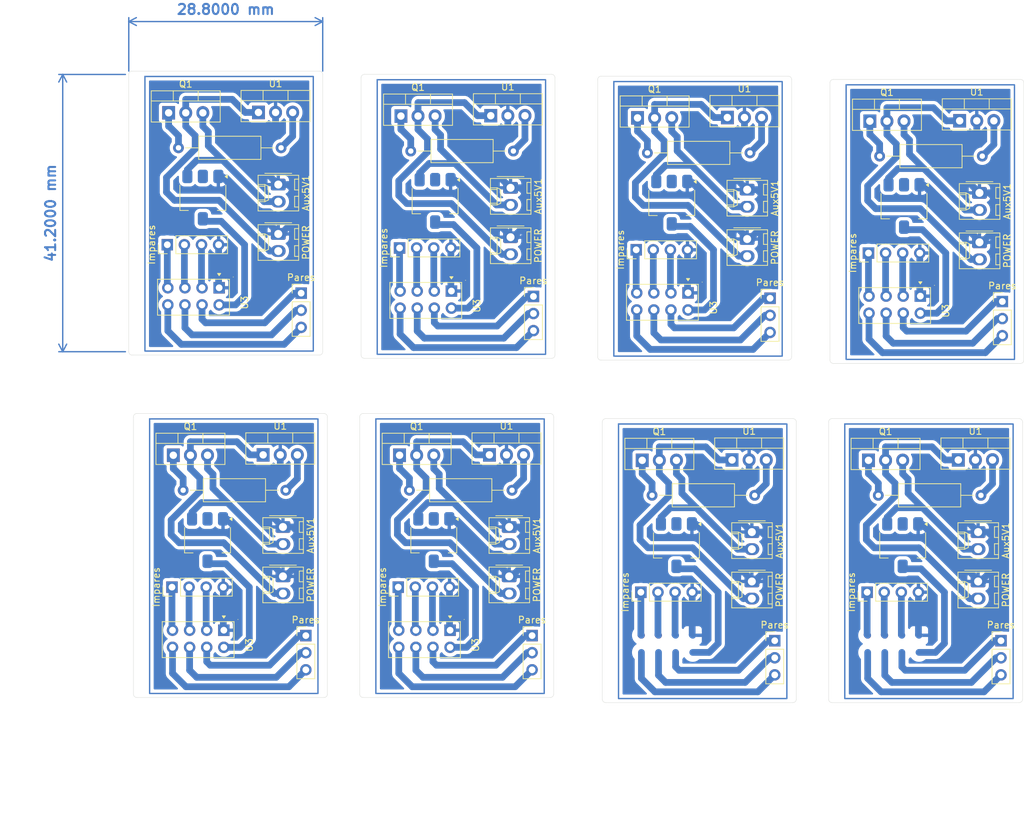
<source format=kicad_pcb>
(kicad_pcb (version 20240108) (generator "pcbnew") (generator_version "8.0")
  (layers (0 "F.Cu" signal) (31 "B.Cu" signal) (34 "B.Paste" user) (35 "F.Paste" user) (36 "B.SilkS" user "B.Silkscreen") (37 "F.SilkS" user "F.Silkscreen") (38 "B.Mask" user) (39 "F.Mask" user) (44 "Edge.Cuts" user))
  (net 0 "")
  (net 1 "GND")
  (net 2 "Net-(Aux5V1-Pin_2)")
  (net 3 "Net-(J1-Pin_2)")
  (net 4 "/IRQ")
  (net 5 "/CSN")
  (net 6 "/CE")
  (net 7 "/MOSI")
  (net 8 "/SCK")
  (net 9 "/MISO")
  (net 10 "Net-(Q1-B)")
  (net 11 "Net-(U1-VO)")
  (net 12 "Net-(U2-VO)")
  (footprint "Package_TO_SOT_SMD:SOT-223-3_TabPin2" (layer "F.Cu") (at 118.905 101.64475 -90)
    (property "Reference" "U2" (hide yes))
    (property "Value" "AMS1117-3.3" (hide yes))
  )
  (footprint "Connector_PinHeader_2.54mm:PinHeader_1x03_P2.54mm_Vertical" (layer "F.Cu") (at 168.845 65.71545)
    (property "Reference" "Pares")
    (property "Value" "Conn_01x03_Socket" (hide yes))
  )
  (footprint "Resistor_THT:R_Axial_DIN0309_L9.0mm_D3.2mm_P15.24mm_Horizontal" (layer "F.Cu") (at 165.865 44.11545 180)
    (property "Reference" "R1" (hide yes))
    (property "Value" "R_US" (hide yes))
  )
  (footprint "Package_TO_SOT_SMD:SOT-223-3_TabPin2" (layer "F.Cu") (at 188.54 102.4 -90)
    (property "Reference" "U2" (hide yes))
    (property "Value" "AMS1117-3.3" (hide yes))
  )
  (footprint "Connector_Molex:Molex_KK-254_AE-6410-02A_1x02_P2.54mm_Vertical" (layer "F.Cu") (at 130.105 99.70475 -90)
    (property "Reference" "Aux5V1")
    (property "Value" "Conn_01x02" (hide yes))
  )
  (footprint "Package_TO_SOT_THT:TO-220-3_Vertical" (layer "F.Cu") (at 196.8 89.745)
    (property "Reference" "U1")
    (property "Value" "LM7805_TO220" (hide yes))
  )
  (footprint "Resistor_THT:R_Axial_DIN0309_L9.0mm_D3.2mm_P15.24mm_Horizontal" (layer "F.Cu") (at 130.525 94.24475 180)
    (property "Reference" "R1" (hide yes))
    (property "Value" "R_US" (hide yes))
  )
  (footprint "Connector_Molex:Molex_KK-254_AE-6410-02A_1x02_P2.54mm_Vertical" (layer "F.Cu") (at 130.305 56.64475 -90)
    (property "Reference" "POWER")
    (property "Value" "Conn_01x02" (hide yes))
  )
  (footprint "RF_Module:nRF24L01_Breakout" (layer "F.Cu") (at 191.16 65.4 -90)
    (property "Reference" "U3")
    (property "Value" "NRF24L01_Breakout" (hide yes))
  )
  (footprint "Connector_PinHeader_2.54mm:PinHeader_1x03_P2.54mm_Vertical" (layer "F.Cu") (at 133.505 115.84475)
    (property "Reference" "Pares")
    (property "Value" "Conn_01x03_Socket" (hide yes))
  )
  (footprint "Package_TO_SOT_THT:TO-220-3_Vertical" (layer "F.Cu") (at 80.225 89.04475)
    (property "Reference" "Q1")
    (property "Value" "TIP41C" (hide yes))
  )
  (footprint "Package_TO_SOT_THT:TO-220-3_Vertical" (layer "F.Cu") (at 162.505 38.86045)
    (property "Reference" "U1")
    (property "Value" "LM7805_TO220" (hide yes))
  )
  (footprint "Package_TO_SOT_SMD:SOT-223-3_TabPin2" (layer "F.Cu") (at 85.305 101.64475 -90)
    (property "Reference" "U2" (hide yes))
    (property "Value" "AMS1117-3.3" (hide yes))
  )
  (footprint "Connector_Molex:Molex_KK-254_AE-6410-02A_1x02_P2.54mm_Vertical" (layer "F.Cu") (at 165.445 56.91545 -90)
    (property "Reference" "POWER")
    (property "Value" "Conn_01x02" (hide yes))
  )
  (footprint "Connector_PinHeader_2.54mm:PinHeader_1x03_P2.54mm_Vertical" (layer "F.Cu") (at 203.34 66.2)
    (property "Reference" "Pares")
    (property "Value" "Conn_01x03_Socket" (hide yes))
  )
  (footprint "Connector_Molex:Molex_KK-254_AE-6410-02A_1x02_P2.54mm_Vertical" (layer "F.Cu") (at 166.14 100.46 -90)
    (property "Reference" "Aux5V1")
    (property "Value" "Conn_01x02" (hide yes))
  )
  (footprint "Connector_PinHeader_2.54mm:PinHeader_1x04_P2.54mm_Vertical" (layer "F.Cu") (at 183.26 109.4 90)
    (property "Reference" "Impares")
    (property "Value" "Conn_01x04_Socket" (hide yes))
  )
  (footprint "Package_TO_SOT_THT:TO-220-3_Vertical" (layer "F.Cu") (at 183.66 39.4)
    (property "Reference" "Q1")
    (property "Value" "TIP41C" (hide yes))
  )
  (footprint "Connector_Molex:Molex_KK-254_AE-6410-02A_1x02_P2.54mm_Vertical" (layer "F.Cu") (at 130.105 107.04475 -90)
    (property "Reference" "POWER")
    (property "Value" "Conn_01x02" (hide yes))
  )
  (footprint "RF_Module:nRF24L01_Breakout" (layer "F.Cu") (at 87.03 64.1602 -90)
    (property "Reference" "U3")
    (property "Value" "NRF24L01_Breakout" (hide yes))
  )
  (footprint "Package_TO_SOT_SMD:SOT-223-3_TabPin2" (layer "F.Cu") (at 154.94 102.4 -90)
    (property "Reference" "U2" (hide yes))
    (property "Value" "AMS1117-3.3" (hide yes))
  )
  (footprint "Connector_PinHeader_2.54mm:PinHeader_1x04_P2.54mm_Vertical" (layer "F.Cu") (at 80.025 108.64475 90)
    (property "Reference" "Impares")
    (property "Value" "Conn_01x04_Socket" (hide yes))
  )
  (footprint "RF_Module:nRF24L01_Breakout" (layer "F.Cu") (at 87.725 115.04475 -90)
    (property "Reference" "U3")
    (property "Value" "NRF24L01_Breakout" (hide yes))
  )
  (footprint "Connector_PinHeader_2.54mm:PinHeader_1x04_P2.54mm_Vertical" (layer "F.Cu") (at 79.33 57.7602 90)
    (property "Reference" "Impares")
    (property "Value" "Conn_01x04_Socket" (hide yes))
  )
  (footprint "Package_TO_SOT_THT:TO-220-3_Vertical" (layer "F.Cu") (at 149.165 38.91545)
    (property "Reference" "Q1")
    (property "Value" "TIP41C" (hide yes))
  )
  (footprint "Package_TO_SOT_THT:TO-220-3_Vertical" (layer "F.Cu") (at 93.565 88.98975)
    (property "Reference" "U1")
    (property "Value" "LM7805_TO220" (hide yes))
  )
  (footprint "Connector_PinHeader_2.54mm:PinHeader_1x03_P2.54mm_Vertical" (layer "F.Cu") (at 99.905 115.84475)
    (property "Reference" "Pares")
    (property "Value" "Conn_01x03_Socket" (hide yes))
  )
  (footprint "Resistor_THT:R_Axial_DIN0309_L9.0mm_D3.2mm_P15.24mm_Horizontal" (layer "F.Cu") (at 200.36 44.6 180)
    (property "Reference" "R1" (hide yes))
    (property "Value" "R_US" (hide yes))
  )
  (footprint "RF_Module:nRF24L01_Breakout" (layer "F.Cu") (at 156.665 64.91545 -90)
    (property "Reference" "U3")
    (property "Value" "NRF24L01_Breakout" (hide yes))
  )
  (footprint "Package_TO_SOT_THT:TO-220-3_Vertical" (layer "F.Cu") (at 183.46 89.8)
    (property "Reference" "Q1")
    (property "Value" "TIP41C" (hide yes))
  )
  (footprint "Connector_Molex:Molex_KK-254_AE-6410-02A_1x02_P2.54mm_Vertical" (layer "F.Cu") (at 199.74 100.46 -90)
    (property "Reference" "Aux5V1")
    (property "Value" "Conn_01x02" (hide yes))
  )
  (footprint "Connector_Molex:Molex_KK-254_AE-6410-02A_1x02_P2.54mm_Vertical" (layer "F.Cu") (at 166.14 107.8 -90)
    (property "Reference" "POWER")
    (property "Value" "Conn_01x02" (hide yes))
  )
  (footprint "Resistor_THT:R_Axial_DIN0309_L9.0mm_D3.2mm_P15.24mm_Horizontal" (layer "F.Cu") (at 200.16 95 180)
    (property "Reference" "R1" (hide yes))
    (property "Value" "R_US" (hide yes))
  )
  (footprint "Connector_Molex:Molex_KK-254_AE-6410-02A_1x02_P2.54mm_Vertical" (layer "F.Cu") (at 96.505 107.04475 -90)
    (property "Reference" "POWER")
    (property "Value" "Conn_01x02" (hide yes))
  )
  (footprint "Connector_Molex:Molex_KK-254_AE-6410-02A_1x02_P2.54mm_Vertical" (layer "F.Cu") (at 95.81 56.1602 -90)
    (property "Reference" "POWER")
    (property "Value" "Conn_01x02" (hide yes))
  )
  (footprint "Connector_PinHeader_2.54mm:PinHeader_1x03_P2.54mm_Vertical" (layer "F.Cu") (at 169.54 116.6)
    (property "Reference" "Pares")
    (property "Value" "Conn_01x03_Socket" (hide yes))
  )
  (footprint "Connector_Molex:Molex_KK-254_AE-6410-02A_1x02_P2.54mm_Vertical" (layer "F.Cu") (at 130.305 49.30475 -90)
    (property "Reference" "Aux5V1")
    (property "Value" "Conn_01x02" (hide yes))
  )
  (footprint "Connector_PinHeader_2.54mm:PinHeader_1x04_P2.54mm_Vertical" (layer "F.Cu") (at 183.46 59 90)
    (property "Reference" "Impares")
    (property "Value" "Conn_01x04_Socket" (hide yes))
  )
  (footprint "Connector_Molex:Molex_KK-254_AE-6410-02A_1x02_P2.54mm_Vertical" (layer "F.Cu") (at 96.505 99.70475 -90)
    (property "Reference" "Aux5V1")
    (property "Value" "Conn_01x02" (hide yes))
  )
  (footprint "Package_TO_SOT_THT:TO-220-3_Vertical" (layer "F.Cu") (at 79.53 38.1602)
    (property "Reference" "Q1")
    (property "Value" "TIP41C" (hide yes))
  )
  (footprint "RF_Module:nRF24L01_Breakout" (layer "F.Cu") (at 121.525 64.64475 -90)
    (property "Reference" "U3")
    (property "Value" "NRF24L01_Breakout" (hide yes))
  )
  (footprint "Package_TO_SOT_THT:TO-220-3_Vertical" (layer "F.Cu") (at 113.825 89.04475)
    (property "Reference" "Q1")
    (property "Value" "TIP41C" (hide yes))
  )
  (footprint "Connector_Molex:Molex_KK-254_AE-6410-02A_1x02_P2.54mm_Vertical" (layer "F.Cu") (at 199.94 50.06 -90)
    (property "Reference" "Aux5V1")
    (property "Value" "Conn_01x02" (hide yes))
  )
  (footprint "Connector_PinHeader_2.54mm:PinHeader_1x03_P2.54mm_Vertical" (layer "F.Cu") (at 133.705 65.44475)
    (property "Reference" "Pares")
    (property "Value" "Conn_01x03_Socket" (hide yes))
  )
  (footprint "Resistor_THT:R_Axial_DIN0309_L9.0mm_D3.2mm_P15.24mm_Horizontal" (layer "F.Cu") (at 96.925 94.24475 180)
    (property "Reference" "R1" (hide yes))
    (property "Value" "R_US" (hide yes))
  )
  (footprint "Connector_Molex:Molex_KK-254_AE-6410-02A_1x02_P2.54mm_Vertical" (layer "F.Cu") (at 165.445 49.57545 -90)
    (property "Reference" "Aux5V1")
    (property "Value" "Conn_01x02" (hide yes))
  )
  (footprint "Package_TO_SOT_THT:TO-220-3_Vertical" (layer "F.Cu") (at 127.165 88.98975)
    (property "Reference" "U1")
    (property "Value" "LM7805_TO220" (hide yes))
  )
  (footprint "Resistor_THT:R_Axial_DIN0309_L9.0mm_D3.2mm_P15.24mm_Horizontal" (layer "F.Cu") (at 96.23 43.3602 180)
    (property "Reference" "R1" (hide yes))
    (property "Value" "R_US" (hide yes))
  )
  (footprint "Package_TO_SOT_THT:TO-220-3_Vertical" (layer "F.Cu") (at 163.2 89.745)
    (property "Reference" "U1")
    (property "Value" "LM7805_TO220" (hide yes))
  )
  (footprint "Package_TO_SOT_THT:TO-220-3_Vertical" (layer "F.Cu") (at 127.365 38.58975)
    (property "Reference" "U1")
    (property "Value" "LM7805_TO220" (hide yes))
  )
  (footprint "Connector_PinHeader_2.54mm:PinHeader_1x03_P2.54mm_Vertical" (layer "F.Cu") (at 203.14 116.6)
    (property "Reference" "Pares")
    (property "Value" "Conn_01x03_Socket" (hide yes))
  )
  (footprint "Resistor_THT:R_Axial_DIN0309_L9.0mm_D3.2mm_P15.24mm_Horizontal" (layer "F.Cu") (at 130.725 43.84475 180)
    (property "Reference" "R1" (hide yes))
    (property "Value" "R_US" (hide yes))
  )
  (footprint "Package_TO_SOT_SMD:SOT-223-3_TabPin2" (layer "F.Cu") (at 119.105 51.24475 -90)
    (property "Reference" "U2" (hide yes))
    (property "Value" "AMS1117-3.3" (hide yes))
  )
  (footprint "Connector_PinHeader_2.54mm:PinHeader_1x04_P2.54mm_Vertical" (layer "F.Cu") (at 149.66 109.4 90)
    (property "Reference" "Impares")
    (property "Value" "Conn_01x04_Socket" (hide yes))
  )
  (footprint "Connector_Molex:Molex_KK-254_AE-6410-02A_1x02_P2.54mm_Vertical" (layer "F.Cu") (at 199.74 107.8 -90)
    (property "Reference" "POWER")
    (property "Value" "Conn_01x02" (hide yes))
  )
  (footprint "Package_TO_SOT_SMD:SOT-223-3_TabPin2" (layer "F.Cu") (at 84.61 50.7602 -90)
    (property "Reference" "U2" (hide yes))
    (property "Value" "AMS1117-3.3" (hide yes))
  )
  (footprint "Connector_PinHeader_2.54mm:PinHeader_1x04_P2.54mm_Vertical" (layer "F.Cu") (at 113.825 58.24475 90)
    (property "Reference" "Impares")
    (property "Value" "Conn_01x04_Socket" (hide yes))
  )
  (footprint "Resistor_THT:R_Axial_DIN0309_L9.0mm_D3.2mm_P15.24mm_Horizontal" (layer "F.Cu") (at 166.56 95 180)
    (property "Reference" "R1" (hide yes))
    (property "Value" "R_US" (hide yes))
  )
  (footprint "Package_TO_SOT_THT:TO-220-3_Vertical" (layer "F.Cu") (at 197 39.345)
    (property "Reference" "U1")
    (property "Value" "LM7805_TO220" (hide yes))
  )
  (footprint "RF_Module:nRF24L01_Breakout" (layer "F.Cu") (at 121.325 115.04475 -90)
    (property "Reference" "U3")
    (property "Value" "NRF24L01_Breakout" (hide yes))
  )
  (footprint "Package_TO_SOT_THT:TO-220-3_Vertical" (layer "F.Cu") (at 92.87 38.1052)
    (property "Reference" "U1")
    (property "Value" "LM7805_TO220" (hide yes))
  )
  (footprint "Connector_PinHeader_2.54mm:PinHeader_1x04_P2.54mm_Vertical" (layer "F.Cu") (at 113.625 108.64475 90)
    (property "Reference" "Impares")
    (property "Value" "Conn_01x04_Socket" (hide yes))
  )
  (footprint "Connector_Molex:Molex_KK-254_AE-6410-02A_1x02_P2.54mm_Vertical" (layer "F.Cu") (at 95.81 48.8202 -90)
    (property "Reference" "Aux5V1")
    (property "Value" "Conn_01x02" (hide yes))
  )
  (footprint "Connector_Molex:Molex_KK-254_AE-6410-02A_1x02_P2.54mm_Vertical" (layer "F.Cu") (at 199.94 57.4 -90)
    (property "Reference" "POWER")
    (property "Value" "Conn_01x02" (hide yes))
  )
  (footprint "Connector_PinHeader_2.54mm:PinHeader_1x03_P2.54mm_Vertical" (layer "F.Cu") (at 99.21 64.9602)
    (property "Reference" "Pares")
    (property "Value" "Conn_01x03_Socket" (hide yes))
  )
  (footprint "Package_TO_SOT_THT:TO-220-3_Vertical" (layer "F.Cu") (at 149.86 89.8)
    (property "Reference" "Q1")
    (property "Value" "TIP41C" (hide yes))
  )
  (footprint "Package_TO_SOT_SMD:SOT-223-3_TabPin2" (layer "F.Cu") (at 188.74 52 -90)
    (property "Reference" "U2" (hide yes))
    (property "Value" "AMS1117-3.3" (hide yes))
  )
  (footprint "Connector_PinHeader_2.54mm:PinHeader_1x04_P2.54mm_Vertical" (layer "F.Cu") (at 148.965 58.51545 90)
    (property "Reference" "Impares")
    (property "Value" "Conn_01x04_Socket" (hide yes))
  )
  (footprint "Package_TO_SOT_THT:TO-220-3_Vertical" (layer "F.Cu") (at 114.025 38.64475)
    (property "Reference" "Q1")
    (property "Value" "TIP41C" (hide yes))
  )
  (footprint "Package_TO_SOT_SMD:SOT-223-3_TabPin2" (layer "F.Cu") (at 154.245 51.51545 -90)
    (property "Reference" "U2" (hide yes))
    (property "Value" "AMS1117-3.3" (hide yes))
  )
  (gr_rect (start 145.645 33.51545) (end 170.645 74.31545) (stroke (width 0.2)) (fill none) (layer "B.Cu"))
  (gr_rect (start 76.01 32.7602) (end 101.01 73.5602) (stroke (width 0.2)) (fill none) (layer "B.Cu"))
  (gr_rect (start 146.34 84.4) (end 171.34 125.2) (stroke (width 0.2)) (fill none) (layer "B.Cu"))
  (gr_rect (start 180.14 34) (end 205.14 74.8) (stroke (width 0.2)) (fill none) (layer "B.Cu"))
  (gr_rect (start 76.705 83.64475) (end 101.705 124.44475) (stroke (width 0.2)) (fill none) (layer "B.Cu"))
  (gr_rect (start 179.94 84.4) (end 204.94 125.2) (stroke (width 0.2)) (fill none) (layer "B.Cu"))
  (gr_rect (start 110.305 83.64475) (end 135.305 124.44475) (stroke (width 0.2)) (fill none) (layer "B.Cu"))
  (gr_rect (start 110.505 33.24475) (end 135.505 74.04475) (stroke (width 0.2)) (fill none) (layer "B.Cu"))
  (gr_arc (start 108.605 74.64475) (mid 108.251447 74.498303) (end 108.105 74.14475) (stroke (width 0.05)) (layer "Edge.Cuts"))
  (gr_arc (start 74.305 83.34475) (mid 74.451447 82.991197) (end 74.805 82.84475) (stroke (width 0.05)) (layer "Edge.Cuts"))
  (gr_line (start 177.54 125.3) (end 177.54 84.1) (stroke (width 0.05)) (layer "Edge.Cuts"))
  (gr_line (start 74.11 31.9602) (end 101.91 31.9602) (stroke (width 0.05)) (layer "Edge.Cuts"))
  (gr_line (start 103.105 83.34475) (end 103.105 124.54475) (stroke (width 0.05)) (layer "Edge.Cuts"))
  (gr_line (start 108.105 74.14475) (end 108.105 32.94475) (stroke (width 0.05)) (layer "Edge.Cuts"))
  (gr_arc (start 108.105 32.94475) (mid 108.251447 32.591197) (end 108.605 32.44475) (stroke (width 0.05)) (layer "Edge.Cuts"))
  (gr_arc (start 177.54 84.1) (mid 177.686447 83.746447) (end 178.04 83.6) (stroke (width 0.05)) (layer "Edge.Cuts"))
  (gr_line (start 102.605 125.04475) (end 74.805 125.04475) (stroke (width 0.05)) (layer "Edge.Cuts"))
  (gr_line (start 143.745 32.71545) (end 171.545 32.71545) (stroke (width 0.05)) (layer "Edge.Cuts"))
  (gr_arc (start 171.545 32.71545) (mid 171.898553 32.861897) (end 172.045 33.21545) (stroke (width 0.05)) (layer "Edge.Cuts"))
  (gr_arc (start 101.91 31.9602) (mid 102.263553 32.106647) (end 102.41 32.4602) (stroke (width 0.05)) (layer "Edge.Cuts"))
  (gr_line (start 172.045 33.21545) (end 172.045 74.41545) (stroke (width 0.05)) (layer "Edge.Cuts"))
  (gr_line (start 107.905 124.54475) (end 107.905 83.34475) (stroke (width 0.05)) (layer "Edge.Cuts"))
  (gr_line (start 143.245 74.41545) (end 143.245 33.21545) (stroke (width 0.05)) (layer "Edge.Cuts"))
  (gr_line (start 136.205 125.04475) (end 108.405 125.04475) (stroke (width 0.05)) (layer "Edge.Cuts"))
  (gr_arc (start 143.94 84.1) (mid 144.086447 83.746447) (end 144.44 83.6) (stroke (width 0.05)) (layer "Edge.Cuts"))
  (gr_arc (start 74.11 74.1602) (mid 73.756447 74.013753) (end 73.61 73.6602) (stroke (width 0.05)) (layer "Edge.Cuts"))
  (gr_line (start 206.34 84.1) (end 206.34 125.3) (stroke (width 0.05)) (layer "Edge.Cuts"))
  (gr_line (start 178.04 83.6) (end 205.84 83.6) (stroke (width 0.05)) (layer "Edge.Cuts"))
  (gr_arc (start 206.54 74.9) (mid 206.393553 75.253553) (end 206.04 75.4) (stroke (width 0.05)) (layer "Edge.Cuts"))
  (gr_line (start 136.905 32.94475) (end 136.905 74.14475) (stroke (width 0.05)) (layer "Edge.Cuts"))
  (gr_line (start 144.44 83.6) (end 172.24 83.6) (stroke (width 0.05)) (layer "Edge.Cuts"))
  (gr_arc (start 206.34 125.3) (mid 206.193553 125.653553) (end 205.84 125.8) (stroke (width 0.05)) (layer "Edge.Cuts"))
  (gr_line (start 178.24 33.2) (end 206.04 33.2) (stroke (width 0.05)) (layer "Edge.Cuts"))
  (gr_arc (start 108.405 125.04475) (mid 108.051447 124.898303) (end 107.905 124.54475) (stroke (width 0.05)) (layer "Edge.Cuts"))
  (gr_arc (start 205.84 83.6) (mid 206.193571 83.746444) (end 206.34 84.1) (stroke (width 0.05)) (layer "Edge.Cuts"))
  (gr_line (start 206.54 33.7) (end 206.54 74.9) (stroke (width 0.05)) (layer "Edge.Cuts"))
  (gr_arc (start 143.745 74.91545) (mid 143.391447 74.769003) (end 143.245 74.41545) (stroke (width 0.05)) (layer "Edge.Cuts"))
  (gr_arc (start 103.105 124.54475) (mid 102.958553 124.898303) (end 102.605 125.04475) (stroke (width 0.05)) (layer "Edge.Cuts"))
  (gr_line (start 73.61 73.6602) (end 73.61 32.4602) (stroke (width 0.05)) (layer "Edge.Cuts"))
  (gr_line (start 101.91 74.1602) (end 74.11 74.1602) (stroke (width 0.05)) (layer "Edge.Cuts"))
  (gr_line (start 108.405 82.84475) (end 136.205 82.84475) (stroke (width 0.05)) (layer "Edge.Cuts"))
  (gr_arc (start 102.41 73.6602) (mid 102.263553 74.013753) (end 101.91 74.1602) (stroke (width 0.05)) (layer "Edge.Cuts"))
  (gr_line (start 172.74 84.1) (end 172.74 125.3) (stroke (width 0.05)) (layer "Edge.Cuts"))
  (gr_arc (start 136.905 74.14475) (mid 136.758553 74.498303) (end 136.405 74.64475) (stroke (width 0.05)) (layer "Edge.Cuts"))
  (gr_line (start 172.24 125.8) (end 144.44 125.8) (stroke (width 0.05)) (layer "Edge.Cuts"))
  (gr_line (start 108.605 32.44475) (end 136.405 32.44475) (stroke (width 0.05)) (layer "Edge.Cuts"))
  (gr_arc (start 172.74 125.3) (mid 172.593553 125.653553) (end 172.24 125.8) (stroke (width 0.05)) (layer "Edge.Cuts"))
  (gr_arc (start 172.24 83.6) (mid 172.593571 83.746444) (end 172.74 84.1) (stroke (width 0.05)) (layer "Edge.Cuts"))
  (gr_line (start 143.94 125.3) (end 143.94 84.1) (stroke (width 0.05)) (layer "Edge.Cuts"))
  (gr_arc (start 178.24 75.4) (mid 177.886447 75.253553) (end 177.74 74.9) (stroke (width 0.05)) (layer "Edge.Cuts"))
  (gr_arc (start 177.74 33.7) (mid 177.886447 33.346447) (end 178.24 33.2) (stroke (width 0.05)) (layer "Edge.Cuts"))
  (gr_arc (start 172.045 74.41545) (mid 171.898553 74.769003) (end 171.545 74.91545) (stroke (width 0.05)) (layer "Edge.Cuts"))
  (gr_line (start 102.41 32.4602) (end 102.41 73.6602) (stroke (width 0.05)) (layer "Edge.Cuts"))
  (gr_arc (start 136.705 124.54475) (mid 136.558553 124.898303) (end 136.205 125.04475) (stroke (width 0.05)) (layer "Edge.Cuts"))
  (gr_arc (start 143.245 33.21545) (mid 143.391447 32.861897) (end 143.745 32.71545) (stroke (width 0.05)) (layer "Edge.Cuts"))
  (gr_arc (start 144.44 125.8) (mid 144.086447 125.653553) (end 143.94 125.3) (stroke (width 0.05)) (layer "Edge.Cuts"))
  (gr_arc (start 107.905 83.34475) (mid 108.051447 82.991197) (end 108.405 82.84475) (stroke (width 0.05)) (layer "Edge.Cuts"))
  (gr_arc (start 136.205 82.84475) (mid 136.558571 82.991194) (end 136.705 83.34475) (stroke (width 0.05)) (layer "Edge.Cuts"))
  (gr_arc (start 206.04 33.2) (mid 206.393571 33.346444) (end 206.54 33.7) (stroke (width 0.05)) (layer "Edge.Cuts"))
  (gr_arc (start 136.405 32.44475) (mid 136.758571 32.591194) (end 136.905 32.94475) (stroke (width 0.05)) (layer "Edge.Cuts"))
  (gr_line (start 171.545 74.91545) (end 143.745 74.91545) (stroke (width 0.05)) (layer "Edge.Cuts"))
  (gr_line (start 74.305 124.54475) (end 74.305 83.34475) (stroke (width 0.05)) (layer "Edge.Cuts"))
  (gr_arc (start 73.61 32.4602) (mid 73.756447 32.106647) (end 74.11 31.9602) (stroke (width 0.05)) (layer "Edge.Cuts"))
  (gr_line (start 136.405 74.64475) (end 108.605 74.64475) (stroke (width 0.05)) (layer "Edge.Cuts"))
  (gr_line (start 205.84 125.8) (end 178.04 125.8) (stroke (width 0.05)) (layer "Edge.Cuts"))
  (gr_arc (start 178.04 125.8) (mid 177.686447 125.653553) (end 177.54 125.3) (stroke (width 0.05)) (layer "Edge.Cuts"))
  (gr_arc (start 74.805 125.04475) (mid 74.451447 124.898303) (end 74.305 124.54475) (stroke (width 0.05)) (layer "Edge.Cuts"))
  (gr_line (start 206.04 75.4) (end 178.24 75.4) (stroke (width 0.05)) (layer "Edge.Cuts"))
  (gr_line (start 177.74 74.9) (end 177.74 33.7) (stroke (width 0.05)) (layer "Edge.Cuts"))
  (gr_arc (start 102.605 82.84475) (mid 102.958571 82.991194) (end 103.105 83.34475) (stroke (width 0.05)) (layer "Edge.Cuts"))
  (gr_line (start 136.705 83.34475) (end 136.705 124.54475) (stroke (width 0.05)) (layer "Edge.Cuts"))
  (gr_line (start 74.805 82.84475) (end 102.605 82.84475) (stroke (width 0.05)) (layer "Edge.Cuts"))
  (dimension (type aligned) (layer "B.Cu") (pts (xy 73.61 32.4602) (xy 73.61 73.6602)) (height 9.809999) (gr_text "41.2000 mm" (at 62.000001 53.0602 90) (layer "B.Cu") (effects (font (size 1.5 1.5) (thickness 0.3)))) (format (prefix "") (suffix "") (units 3) (units_format 1) (precision 4)) (style (thickness 0.2) (arrow_length 1.27) (text_position_mode 0) (extension_height 0.58642) (extension_offset 0.5) keep_text_aligned))
  (dimension (type aligned) (layer "B.Cu") (pts (xy 73.61 32.4602) (xy 102.41 32.4602)) (height -7.8602) (gr_text "28.8000 mm" (at 88.01 22.8 0) (layer "B.Cu") (effects (font (size 1.5 1.5) (thickness 0.3)))) (format (prefix "") (suffix "") (units 3) (units_format 1) (precision 4)) (style (thickness 0.2) (arrow_length 1.27) (text_position_mode 0) (extension_height 0.58642) (extension_offset 0.5) keep_text_aligned))
  (segment (start 198.53 48.6505) (end 199.94 50.06) (width 1) (layer "B.Cu") (net 1))
  (segment (start 130.299 107.04475) (end 121.749 98.49475) (width 1) (layer "B.Cu") (net 1))
  (segment (start 165.045 41.93505) (end 164.035 42.94455) (width 1) (layer "B.Cu") (net 1))
  (segment (start 156.585 58.51545) (end 156.585 64.83545) (width 1) (layer "B.Cu") (net 1))
  (segment (start 164.73 99.0505) (end 166.14 100.46) (width 1) (layer "B.Cu") (net 1))
  (segment (start 202.74 54.987) (end 202.74 51.4) (width 1) (layer "B.Cu") (net 1))
  (segment (start 199.934 107.8) (end 191.384 99.25) (width 1) (layer "B.Cu") (net 1))
  (segment (start 96.699 107.04475) (end 96.892 107.04475) (width 1) (layer "B.Cu") (net 1))
  (segment (start 96.892 107.04475) (end 99.305 104.63175) (width 1) (layer "B.Cu") (net 1))
  (segment (start 166.14 107.8) (end 166.334 107.8) (width 1) (layer "B.Cu") (net 1))
  (segment (start 200.134 57.4) (end 200.327 57.4) (width 1) (layer "B.Cu") (net 1))
  (segment (start 200.127 107.8) (end 202.54 105.387) (width 1) (layer "B.Cu") (net 1))
  (segment (start 88.149 98.49475) (end 87.605 98.49475) (width 1) (layer "B.Cu") (net 1))
  (segment (start 130.492 107.04475) (end 132.905 104.63175) (width 1) (layer "B.Cu") (net 1))
  (segment (start 129.705 88.98975) (end 129.705 92.06435) (width 1) (layer "B.Cu") (net 1))
  (segment (start 130.692 56.64475) (end 133.105 54.23175) (width 1) (layer "B.Cu") (net 1))
  (segment (start 121.749 98.49475) (end 121.205 98.49475) (width 1) (layer "B.Cu") (net 1))
  (segment (start 129.705 92.06435) (end 128.695 93.07385) (width 1) (layer "B.Cu") (net 1))
  (segment (start 128.695 98.29525) (end 130.105 99.70475) (width 1) (layer "B.Cu") (net 1))
  (segment (start 132.905 104.63175) (end 132.905 101.04475) (width 1) (layer "B.Cu") (net 1))
  (segment (start 200.134 57.4) (end 191.584 48.85) (width 1) (layer "B.Cu") (net 1))
  (segment (start 166.334 107.8) (end 157.784 99.25) (width 1) (layer "B.Cu") (net 1))
  (segment (start 95.81 56.1602) (end 96.004 56.1602) (width 1) (layer "B.Cu") (net 1))
  (segment (start 202.54 105.387) (end 202.54 101.8) (width 1) (layer "B.Cu") (net 1))
  (segment (start 198.33 93.8291) (end 198.33 99.0505) (width 1) (layer "B.Cu") (net 1))
  (segment (start 128.895 42.67385) (end 128.895 47.89525) (width 1) (layer "B.Cu") (net 1))
  (segment (start 131.565 99.70475) (end 130.105 99.70475) (width 1) (layer "B.Cu") (net 1))
  (segment (start 94.4 42.1893) (end 94.4 47.4107) (width 1) (layer "B.Cu") (net 1))
  (segment (start 165.639 56.91545) (end 165.832 56.91545) (width 1) (layer "B.Cu") (net 1))
  (segment (start 199.94 57.4) (end 200.134 57.4) (width 1) (layer "B.Cu") (net 1))
  (segment (start 96.105 92.06435) (end 95.095 93.07385) (width 1) (layer "B.Cu") (net 1))
  (segment (start 87.645 108.64475) (end 87.645 114.96475) (width 1) (layer "B.Cu") (net 1))
  (segment (start 97.27 48.8202) (end 95.81 48.8202) (width 1) (layer "B.Cu") (net 1))
  (segment (start 95.095 98.29525) (end 96.505 99.70475) (width 1) (layer "B.Cu") (net 1))
  (segment (start 200.327 57.4) (end 202.74 54.987) (width 1) (layer "B.Cu") (net 1))
  (segment (start 191.08 65.32) (end 191.16 65.4) (width 1) (layer "B.Cu") (net 1))
  (segment (start 157.089 48.36545) (end 156.545 48.36545) (width 1) (layer "B.Cu") (net 1))
  (segment (start 95.095 93.07385) (end 95.095 98.29525) (width 1) (layer "B.Cu") (net 1))
  (segment (start 190.88 115.72) (end 190.96 115.8) (width 1) (layer "B.Cu") (net 1))
  (segment (start 87.454 47.6102) (end 86.91 47.6102) (width 1) (layer "B.Cu") (net 1))
  (segment (start 157.28 115.72) (end 157.36 115.8) (width 1) (layer "B.Cu") (net 1))
  (segment (start 96.004 56.1602) (end 87.454 47.6102) (width 1) (layer "B.Cu") (net 1))
  (segment (start 95.41 38.1052) (end 95.41 41.1798) (width 1) (layer "B.Cu") (net 1))
  (segment (start 168.94 105.387) (end 168.94 101.8) (width 1) (layer "B.Cu") (net 1))
  (segment (start 156.585 64.83545) (end 156.665 64.91545) (width 1) (layer "B.Cu") (net 1))
  (segment (start 199.34 92.8196) (end 198.33 93.8291) (width 1) (layer "B.Cu") (net 1))
  (segment (start 157.28 109.4) (end 157.28 115.72) (width 1) (layer "B.Cu") (net 1))
  (segment (start 129.905 38.58975) (end 129.905 41.66435) (width 1) (layer "B.Cu") (net 1))
  (segment (start 202.74 51.4) (end 201.4 50.06) (width 1) (layer "B.Cu") (net 1))
  (segment (start 198.33 99.0505) (end 199.74 100.46) (width 1) (layer "B.Cu") (net 1))
  (segment (start 96.105 88.98975) (end 96.105 92.06435) (width 1) (layer "B.Cu") (net 1))
  (segment (start 130.105 107.04475) (end 130.299 107.04475) (width 1) (layer "B.Cu") (net 1))
  (segment (start 133.105 54.23175) (end 133.105 50.64475) (width 1) (layer "B.Cu") (net 1))
  (segment (start 157.784 99.25) (end 157.24 99.25) (width 1) (layer "B.Cu") (net 1))
  (segment (start 199.54 39.345) (end 199.54 42.4196) (width 1) (layer "B.Cu") (net 1))
  (segment (start 128.895 47.89525) (end 130.305 49.30475) (width 1) (layer "B.Cu") (net 1))
  (segment (start 130.499 56.64475) (end 121.949 48.09475) (width 1) (layer "B.Cu") (net 1))
  (segment (start 97.965 99.70475) (end 96.505 99.70475) (width 1) (layer "B.Cu") (net 1))
  (segment (start 166.905 49.57545) (end 165.445 49.57545) (width 1) (layer "B.Cu") (net 1))
  (segment (start 99.305 101.04475) (end 97.965 99.70475) (width 1) (layer "B.Cu") (net 1))
  (segment (start 129.905 41.66435) (end 128.895 42.67385) (width 1) (layer "B.Cu") (net 1))
  (segment (start 199.934 107.8) (end 200.127 107.8) (width 1) (layer "B.Cu") (net 1))
  (segment (start 168.245 54.50245) (end 168.245 50.91545) (width 1) (layer "B.Cu") (net 1))
  (segment (start 132.905 101.04475) (end 131.565 99.70475) (width 1) (layer "B.Cu") (net 1))
  (segment (start 133.105 50.64475) (end 131.765 49.30475) (width 1) (layer "B.Cu") (net 1))
  (segment (start 94.4 47.4107) (end 95.81 48.8202) (width 1) (layer "B.Cu") (net 1))
  (segment (start 130.299 107.04475) (end 130.492 107.04475) (width 1) (layer "B.Cu") (net 1))
  (segment (start 130.905 107.04475) (end 130.492 107.04475) (width 1) (layer "B.Cu") (net 1))
  (segment (start 200.54 107.8) (end 200.127 107.8) (width 1) (layer "B.Cu") (net 1))
  (segment (start 87.645 114.96475) (end 87.725 115.04475) (width 1) (layer "B.Cu") (net 1))
  (segment (start 168.245 50.91545) (end 166.905 49.57545) (width 1) (layer "B.Cu") (net 1))
  (segment (start 165.832 56.91545) (end 168.245 54.50245) (width 1) (layer "B.Cu") (net 1))
  (segment (start 121.245 114.96475) (end 121.325 115.04475) (width 1) (layer "B.Cu") (net 1))
  (segment (start 199.74 107.8) (end 199.934 107.8) (width 1) (layer "B.Cu") (net 1))
  (segment (start 131.105 56.64475) (end 130.692 56.64475) (width 1) (layer "B.Cu") (net 1))
  (segment (start 167.6 100.46) (end 166.14 100.46) (width 1) (layer "B.Cu") (net 1))
  (segment (start 86.95 57.7602) (end 86.95 64.0802) (width 1) (layer "B.Cu") (net 1))
  (segment (start 165.639 56.91545) (end 157.089 48.36545) (width 1) (layer "B.Cu") (net 1))
  (segment (start 166.527 107.8) (end 168.94 105.387) (width 1) (layer "B.Cu") (net 1))
  (segment (start 201.4 50.06) (end 199.94 50.06) (width 1) (layer "B.Cu") (net 1))
  (segment (start 121.245 108.64475) (end 121.245 114.96475) (width 1) (layer "B.Cu") (net 1))
  (segment (start 86.95 64.0802) (end 87.03 64.1602) (width 1) (layer "B.Cu") (net 1))
  (segment (start 199.54 42.4196) (end 198.53 43.4291) (width 1) (layer "B.Cu") (net 1))
  (segment (start 166.94 107.8) (end 166.527 107.8) (width 1) (layer "B.Cu") (net 1))
  (segment (start 98.61 50.1602) (end 97.27 48.8202) (width 1) (layer "B.Cu") (net 1))
  (segment (start 164.035 42.94455) (end 164.035 48.16595) (width 1) (layer "B.Cu") (net 1))
  (segment (start 164.73 93.8291) (end 164.73 99.0505) (width 1) (layer "B.Cu") (net 1))
  (segment (start 96.197 56.1602) (end 98.61 53.7472) (width 1) (layer "B.Cu") (net 1))
  (segment (start 202.54 101.8) (end 201.2 100.46) (width 1) (layer "B.Cu") (net 1))
  (segment (start 165.445 56.91545) (end 165.639 56.91545) (width 1) (layer "B.Cu") (net 1))
  (segment (start 99.305 104.63175) (end 99.305 101.04475) (width 1) (layer "B.Cu") (net 1))
  (segment (start 121.445 64.56475) (end 121.525 64.64475) (width 1) (layer "B.Cu") (net 1))
  (segment (start 191.584 48.85) (end 191.04 48.85) (width 1) (layer "B.Cu") (net 1))
  (segment (start 128.695 93.07385) (end 128.695 98.29525) (width 1) (layer "B.Cu") (net 1))
  (segment (start 96.505 107.04475) (end 96.699 107.04475) (width 1) (layer "B.Cu") (net 1))
  (segment (start 198.53 43.4291) (end 198.53 48.6505) (width 1) (layer "B.Cu") (net 1))
  (segment (start 97.305 107.04475) (end 96.892 107.04475) (width 1) (layer "B.Cu") (net 1))
  (segment (start 95.41 41.1798) (end 94.4 42.1893) (width 1) (layer "B.Cu") (net 1))
  (segment (start 166.334 107.8) (end 166.527 107.8) (width 1) (layer "B.Cu") (net 1))
  (segment (start 121.445 58.24475) (end 121.445 64.56475) (width 1) (layer "B.Cu") (net 1))
  (segment (start 166.245 56.91545) (end 165.832 56.91545) (width 1) (layer "B.Cu") (net 1))
  (segment (start 96.004 56.1602) (end 96.197 56.1602) (width 1) (layer "B.Cu") (net 1))
  (segment (start 96.699 107.04475) (end 88.149 98.49475) (width 1) (layer "B.Cu") (net 1))
  (segment (start 164.035 48.16595) (end 165.445 49.57545) (width 1) (layer "B.Cu") (net 1))
  (segment (start 191.384 99.25) (end 190.84 99.25) (width 1) (layer "B.Cu") (net 1))
  (segment (start 121.949 48.09475) (end 121.405 48.09475) (width 1) (layer "B.Cu") (net 1))
  (segment (start 165.74 89.745) (end 165.74 92.8196) (width 1) (layer "B.Cu") (net 1))
  (segment (start 165.045 38.86045) (end 165.045 41.93505) (width 1) (layer "B.Cu") (net 1))
  (segment (start 130.499 56.64475) (end 130.692 56.64475) (width 1) (layer "B.Cu") (net 1))
  (segment (start 201.2 100.46) (end 199.74 100.46) (width 1) (layer "B.Cu") (net 1))
  (segment (start 131.765 49.30475) (end 130.305 49.30475) (width 1) (layer "B.Cu") (net 1))
  (segment (start 199.34 89.745) (end 199.34 92.8196) (width 1) (layer "B.Cu") (net 1))
  (segment (start 165.74 92.8196) (end 164.73 93.8291) (width 1) (layer "B.Cu") (net 1))
  (segment (start 96.61 56.1602) (end 96.197 56.1602) (width 1) (layer "B.Cu") (net 1))
  (segment (start 98.61 53.7472) (end 98.61 50.1602) (width 1) (layer "B.Cu") (net 1))
  (segment (start 200.74 57.4) (end 200.327 57.4) (width 1) (layer "B.Cu") (net 1))
  (segment (start 130.305 56.64475) (end 130.499 56.64475) (width 1) (layer "B.Cu") (net 1))
  (segment (start 191.08 59) (end 191.08 65.32) (width 1) (layer "B.Cu") (net 1))
  (segment (start 190.88 109.4) (end 190.88 115.72) (width 1) (layer "B.Cu") (net 1))
  (segment (start 168.94 101.8) (end 167.6 100.46) (width 1) (layer "B.Cu") (net 1))
  (segment (start 87.562 45.2084) (end 93.713 51.3602) (width 1) (layer "B.Cu") (net 2))
  (segment (start 154.94 91.8017) (end 155.75 92.6112) (width 1) (layer "B.Cu") (net 2))
  (segment (start 186.24 98.25) (end 187.642 96.8482) (width 1) (layer "B.Cu") (net 2))
  (segment (start 155.452 44.21875) (end 157.197 45.96365) (width 1) (layer "B.Cu") (net 2))
  (segment (start 189.55 42.2112) (end 189.55 44.3062) (width 1) (layer "B.Cu") (net 2))
  (segment (start 189.35 92.6112) (end 189.35 94.7062) (width 1) (layer "B.Cu") (net 2))
  (segment (start 164.043 103) (end 166.14 103) (width 1) (layer "B.Cu") (net 2))
  (segment (start 152.64 98.25) (end 154.042 96.8482) (width 1) (layer "B.Cu") (net 2))
  (segment (start 151.945 48.36545) (end 151.945 47.36545) (width 1) (layer "B.Cu") (net 2))
  (segment (start 122.057 45.69295) (end 128.208 51.84475) (width 1) (layer "B.Cu") (net 2))
  (segment (start 84.61 40.1619) (end 85.42 40.9714) (width 1) (layer "B.Cu") (net 2))
  (segment (start 151.945 47.36545) (end 153.347 45.96365) (width 1) (layer "B.Cu") (net 2))
  (segment (start 119.105 40.64645) (end 119.915 41.45595) (width 1) (layer "B.Cu") (net 2))
  (segment (start 116.605 97.49475) (end 118.007 96.09295) (width 1) (layer "B.Cu") (net 2))
  (segment (start 188.54 91.8017) (end 189.35 92.6112) (width 1) (layer "B.Cu") (net 2))
  (segment (start 154.245 38.91545) (end 154.245 40.91715) (width 1) (layer "B.Cu") (net 2))
  (segment (start 189.55 44.3062) (end 189.947 44.7033) (width 1) (layer "B.Cu") (net 2))
  (segment (start 128.008 102.24475) (end 130.105 102.24475) (width 1) (layer "B.Cu") (net 2))
  (segment (start 152.64 99.25) (end 152.64 98.25) (width 1) (layer "B.Cu") (net 2))
  (segment (start 82.31 47.6102) (end 82.31 46.6102) (width 1) (layer "B.Cu") (net 2))
  (segment (start 153.347 45.96365) (end 157.197 45.96365) (width 1) (layer "B.Cu") (net 2))
  (segment (start 155.75 92.6112) (end 155.75 94.7062) (width 1) (layer "B.Cu") (net 2))
  (segment (start 157.197 45.96365) (end 163.348 52.11545) (width 1) (layer "B.Cu") (net 2))
  (segment (start 119.715 93.95095) (end 120.112 94.34805) (width 1) (layer "B.Cu") (net 2))
  (segment (start 86.512 94.34805) (end 88.257 96.09295) (width 1) (layer "B.Cu") (net 2))
  (segment (start 118.207 45.69295) (end 122.057 45.69295) (width 1) (layer "B.Cu") (net 2))
  (segment (start 83.712 45.2084) (end 87.562 45.2084) (width 1) (layer "B.Cu") (net 2))
  (segment (start 128.208 51.84475) (end 130.305 51.84475) (width 1) (layer "B.Cu") (net 2))
  (segment (start 83.005 97.49475) (end 84.407 96.09295) (width 1) (layer "B.Cu") (net 2))
  (segment (start 154.042 96.8482) (end 157.892 96.8482) (width 1) (layer "B.Cu") (net 2))
  (segment (start 119.915 43.55095) (end 120.312 43.94805) (width 1) (layer "B.Cu") (net 2))
  (segment (start 85.42 43.0664) (end 85.817 43.4635) (width 1) (layer "B.Cu") (net 2))
  (segment (start 155.055 41.72665) (end 155.055 43.82165) (width 1) (layer "B.Cu") (net 2))
  (segment (start 93.713 51.3602) (end 95.81 51.3602) (width 1) (layer "B.Cu") (net 2))
  (segment (start 154.94 89.8) (end 154.94 91.8017) (width 1) (layer "B.Cu") (net 2))
  (segment (start 119.915 41.45595) (end 119.915 43.55095) (width 1) (layer "B.Cu") (net 2))
  (segment (start 94.408 102.24475) (end 96.505 102.24475) (width 1) (layer "B.Cu") (net 2))
  (segment (start 119.105 38.64475) (end 119.105 40.64645) (width 1) (layer "B.Cu") (net 2))
  (segment (start 187.642 96.8482) (end 191.492 96.8482) (width 1) (layer "B.Cu") (net 2))
  (segment (start 186.24 99.25) (end 186.24 98.25) (width 1) (layer "B.Cu") (net 2))
  (segment (start 85.42 40.9714) (end 85.42 43.0664) (width 1) (layer "B.Cu") (net 2))
  (segment (start 84.61 38.1602) (end 84.61 40.1619) (width 1) (layer "B.Cu") (net 2))
  (segment (start 118.905 91.04645) (end 119.715 91.85595) (width 1) (layer "B.Cu") (net 2))
  (segment (start 154.245 40.91715) (end 155.055 41.72665) (width 1) (layer "B.Cu") (net 2))
  (segment (start 186.44 48.85) (end 186.44 47.85) (width 1) (layer "B.Cu") (net 2))
  (segment (start 86.115 93.95095) (end 86.512 94.34805) (width 1) (layer "B.Cu") (net 2))
  (segment (start 188.54 89.8) (end 188.54 91.8017) (width 1) (layer "B.Cu") (net 2))
  (segment (start 189.35 94.7062) (end 189.747 95.1033) (width 1) (layer "B.Cu") (net 2))
  (segment (start 188.74 39.4) (end 188.74 41.4017) (width 1) (layer "B.Cu") (net 2))
  (segment (start 191.492 96.8482) (end 197.643 103) (width 1) (layer "B.Cu") (net 2))
  (segment (start 157.892 96.8482) (end 164.043 103) (width 1) (layer "B.Cu") (net 2))
  (segment (start 189.947 44.7033) (end 191.692 46.4482) (width 1) (layer "B.Cu") (net 2))
  (segment (start 84.407 96.09295) (end 88.257 96.09295) (width 1) (layer "B.Cu") (net 2))
  (segment (start 155.055 43.82165) (end 155.452 44.21875) (width 1) (layer "B.Cu") (net 2))
  (segment (start 197.643 103) (end 199.74 103) (width 1) (layer "B.Cu") (net 2))
  (segment (start 116.805 47.09475) (end 118.207 45.69295) (width 1) (layer "B.Cu") (net 2))
  (segment (start 85.305 89.04475) (end 85.305 91.04645) (width 1) (layer "B.Cu") (net 2))
  (segment (start 118.007 96.09295) (end 121.857 96.09295) (width 1) (layer "B.Cu") (net 2))
  (segment (start 86.115 91.85595) (end 86.115 93.95095) (width 1) (layer "B.Cu") (net 2))
  (segment (start 119.715 91.85595) (end 119.715 93.95095) (width 1) (layer "B.Cu") (net 2))
  (segment (start 187.842 46.4482) (end 191.692 46.4482) (width 1) (layer "B.Cu") (net 2))
  (segment (start 191.692 46.4482) (end 197.843 52.6) (width 1) (layer "B.Cu") (net 2))
  (segment (start 120.312 43.94805) (end 122.057 45.69295) (width 1) (layer "B.Cu") (net 2))
  (segment (start 118.905 89.04475) (end 118.905 91.04645) (width 1) (layer "B.Cu") (net 2))
  (segment (start 82.31 46.6102) (end 83.712 45.2084) (width 1) (layer "B.Cu") (net 2))
  (segment (start 85.817 43.4635) (end 87.562 45.2084) (width 1) (layer "B.Cu") (net 2))
  (segment (start 116.805 48.09475) (end 116.805 47.09475) (width 1) (layer "B.Cu") (net 2))
  (segment (start 163.348 52.11545) (end 165.445 52.11545) (width 1) (layer "B.Cu") (net 2))
  (segment (start 189.747 95.1033) (end 191.492 96.8482) (width 1) (layer "B.Cu") (net 2))
  (segment (start 156.147 95.1033) (end 157.892 96.8482) (width 1) (layer "B.Cu") (net 2))
  (segment (start 186.44 47.85) (end 187.842 46.4482) (width 1) (layer "B.Cu") (net 2))
  (segment (start 197.843 52.6) (end 199.94 52.6) (width 1) (layer "B.Cu") (net 2))
  (segment (start 121.857 96.09295) (end 128.008 102.24475) (width 1) (layer "B.Cu") (net 2))
  (segment (start 88.257 96.09295) (end 94.408 102.24475) (width 1) (layer "B.Cu") (net 2))
  (segment (start 83.005 98.49475) (end 83.005 97.49475) (width 1) (layer "B.Cu") (net 2))
  (segment (start 120.112 94.34805) (end 121.857 96.09295) (width 1) (layer "B.Cu") (net 2))
  (segment (start 116.605 98.49475) (end 116.605 97.49475) (width 1) (layer "B.Cu") (net 2))
  (segment (start 188.74 41.4017) (end 189.55 42.2112) (width 1) (layer "B.Cu") (net 2))
  (segment (start 85.305 91.04645) (end 86.115 91.85595) (width 1) (layer "B.Cu") (net 2))
  (segment (start 155.75 94.7062) (end 156.147 95.1033) (width 1) (layer "B.Cu") (net 2))
  (segment (start 117.965 42.04695) (end 116.565 40.64645) (width 1) (layer "B.Cu") (net 3))
  (segment (start 113.705 48.25855) (end 117.965 43.99855) (width 1) (layer "B.Cu") (net 3))
  (segment (start 184.54 52.4) (end 183.34 51.2) (width 1) (layer "B.Cu") (net 3))
  (segment (start 95.81 58.7002) (end 94.55 58.7002) (width 1) (layer "B.Cu") (net 3))
  (segment (start 114.705 102.04475) (end 113.505 100.84475) (width 1) (layer "B.Cu") (net 3))
  (segment (start 198.48 110.34) (end 190.94 102.8) (width 1) (layer "B.Cu") (net 3))
  (segment (start 123.464 36.64305) (end 125.411 38.58975) (width 1) (layer "B.Cu") (net 3))
  (segment (start 164.88 110.34) (end 157.34 102.8) (width 1) (layer "B.Cu") (net 3))
  (segment (start 130.305 59.18475) (end 129.045 59.18475) (width 1) (layer "B.Cu") (net 3))
  (segment (start 96.505 109.58475) (end 95.245 109.58475) (width 1) (layer "B.Cu") (net 3))
  (segment (start 187.4 93.2022) (end 186 91.8017) (width 1) (layer "B.Cu") (net 3))
  (segment (start 116.365 87.04305) (end 123.264 87.04305) (width 1) (layer "B.Cu") (net 3))
  (segment (start 84.165 94.39855) (end 84.165 92.44695) (width 1) (layer "B.Cu") (net 3))
  (segment (start 82.765 87.04305) (end 89.664 87.04305) (width 1) (layer "B.Cu") (net 3))
  (segment (start 94.55 58.7002) (end 87.01 51.1602) (width 1) (layer "B.Cu") (net 3))
  (segment (start 79.21 47.774) (end 83.47 43.514) (width 1) (layer "B.Cu") (net 3))
  (segment (start 149.54 101.6) (end 149.54 99.4138) (width 1) (layer "B.Cu") (net 3))
  (segment (start 192.899 87.7983) (end 194.846 89.745) (width 1) (layer "B.Cu") (net 3))
  (segment (start 153.8 95.1538) (end 153.8 93.2022) (width 1) (layer "B.Cu") (net 3))
  (segment (start 186 87.7983) (end 192.899 87.7983) (width 1) (layer "B.Cu") (net 3))
  (segment (start 151.705 36.91375) (end 158.604 36.91375) (width 1) (layer "B.Cu") (net 3))
  (segment (start 186.2 37.3983) (end 193.099 37.3983) (width 1) (layer "B.Cu") (net 3))
  (segment (start 90.916 38.1052) (end 92.87 38.1052) (width 1) (layer "B.Cu") (net 3))
  (segment (start 82.765 89.04475) (end 82.765 87.04305) (width 1) (layer "B.Cu") (net 3))
  (segment (start 165.445 59.45545) (end 164.185 59.45545) (width 1) (layer "B.Cu") (net 3))
  (segment (start 116.565 36.64305) (end 123.464 36.64305) (width 1) (layer "B.Cu") (net 3))
  (segment (start 84.165 92.44695) (end 82.765 91.04645) (width 1) (layer "B.Cu") (net 3))
  (segment (start 190.94 102.8) (end 184.34 102.8) (width 1) (layer "B.Cu") (net 3))
  (segment (start 79.21 49.9602) (end 79.21 47.774) (width 1) (layer "B.Cu") (net 3))
  (segment (start 158.604 36.91375) (end 160.551 38.86045) (width 1) (layer "B.Cu") (net 3))
  (segment (start 123.264 87.04305) (end 125.211 88.98975) (width 1) (layer "B.Cu") (net 3))
  (segment (start 148.845 48.52925) (end 153.105 44.26925) (width 1) (layer "B.Cu") (net 3))
  (segment (start 83.47 43.514) (end 83.47 41.5624) (width 1) (layer "B.Cu") (net 3))
  (segment (start 82.07 38.1602) (end 82.07 36.1585) (width 1) (layer "B.Cu") (net 3))
  (segment (start 151.705 38.91545) (end 151.705 36.91375) (width 1) (layer "B.Cu") (net 3))
  (segment (start 198.68 59.94) (end 191.14 52.4) (width 1) (layer "B.Cu") (net 3))
  (segment (start 152.4 87.7983) (end 159.299 87.7983) (width 1) (layer "B.Cu") (net 3))
  (segment (start 121.305 102.04475) (end 114.705 102.04475) (width 1) (layer "B.Cu") (net 3))
  (segment (start 187.4 95.1538) (end 187.4 93.2022) (width 1) (layer "B.Cu") (net 3))
  (segment (start 117.765 94.39855) (end 117.765 92.44695) (width 1) (layer "B.Cu") (net 3))
  (segment (start 199.74 110.34) (end 198.48 110.34) (width 1) (layer "B.Cu") (net 3))
  (segment (start 199.94 59.94) (end 198.68 59.94) (width 1) (layer "B.Cu") (net 3))
  (segment (start 95.245 109.58475) (end 87.705 102.04475) (width 1) (layer "B.Cu") (net 3))
  (segment (start 194.846 89.745) (end 196.8 89.745) (width 1) (layer "B.Cu") (net 3))
  (segment (start 151.705 40.91715) (end 151.705 38.91545) (width 1) (layer "B.Cu") (net 3))
  (segment (start 183.34 49.0138) (end 187.6 44.7538) (width 1) (layer "B.Cu") (net 3))
  (segment (start 152.4 89.8) (end 152.4 87.7983) (width 1) (layer "B.Cu") (net 3))
  (segment (start 160.551 38.86045) (end 162.505 38.86045) (width 1) (layer "B.Cu") (net 3))
  (segment (start 117.765 92.44695) (end 116.365 91.04645) (width 1) (layer "B.Cu") (net 3))
  (segment (start 129.045 59.18475) (end 121.505 51.64475) (width 1) (layer "B.Cu") (net 3))
  (segment (start 87.01 51.1602) (end 80.41 51.1602) (width 1) (layer "B.Cu") (net 3))
  (segment (start 157.34 102.8) (end 150.74 102.8) (width 1) (layer "B.Cu") (net 3))
  (segment (start 159.299 87.7983) (end 161.246 89.745) (width 1) (layer "B.Cu") (net 3))
  (segment (start 88.969 36.1585) (end 90.916 38.1052) (width 1) (layer "B.Cu") (net 3))
  (segment (start 83.47 41.5624) (end 82.07 40.1619) (width 1) (layer "B.Cu") (net 3))
  (segment (start 153.105 42.31765) (end 151.705 40.91715) (width 1) (layer "B.Cu") (net 3))
  (segment (start 195.046 39.345) (end 197 39.345) (width 1) (layer "B.Cu") (net 3))
  (segment (start 186 89.8) (end 186 87.7983) (width 1) (layer "B.Cu") (net 3))
  (segment (start 153.105 44.26925) (end 153.105 42.31765) (width 1) (layer "B.Cu") (net 3))
  (segment (start 125.411 38.58975) (end 127.365 38.58975) (width 1) (layer "B.Cu") (net 3))
  (segment (start 156.645 51.91545) (end 150.045 51.91545) (width 1) (layer "B.Cu") (net 3))
  (segment (start 91.611 88.98975) (end 93.565 88.98975) (width 1) (layer "B.Cu") (net 3))
  (segment (start 184.34 102.8) (end 183.14 101.6) (width 1) (layer "B.Cu") (net 3))
  (segment (start 153.8 93.2022) (end 152.4 91.8017) (width 1) (layer "B.Cu") (net 3))
  (segment (start 161.246 89.745) (end 163.2 89.745) (width 1) (layer "B.Cu") (net 3))
  (segment (start 166.14 110.34) (end 164.88 110.34) (width 1) (layer "B.Cu") (net 3))
  (segment (start 183.14 101.6) (end 183.14 99.4138) (width 1) (layer "B.Cu") (net 3))
  (segment (start 116.565 40.64645) (end 116.565 38.64475) (width 1) (layer "B.Cu") (net 3))
  (segment (start 128.845 109.58475) (end 121.305 102.04475) (width 1) (layer "B.Cu") (net 3))
  (segment (start 113.505 98.65855) (end 117.765 94.39855) (width 1) (layer "B.Cu") (net 3))
  (segment (start 186.2 39.4) (end 186.2 37.3983) (width 1) (layer "B.Cu") (net 3))
  (segment (start 81.105 102.04475) (end 79.905 100.84475) (width 1) (layer "B.Cu") (net 3))
  (segment (start 164.185 59.45545) (end 156.645 51.91545) (width 1) (layer "B.Cu") (net 3))
  (segment (start 187.6 42.8022) (end 186.2 41.4017) (width 1) (layer "B.Cu") (net 3))
  (segment (start 82.765 91.04645) (end 82.765 89.04475) (width 1) (layer "B.Cu") (net 3))
  (segment (start 191.14 52.4) (end 184.54 52.4) (width 1) (layer "B.Cu") (net 3))
  (segment (start 186 91.8017) (end 186 89.8) (width 1) (layer "B.Cu") (net 3))
  (segment (start 82.07 40.1619) (end 82.07 38.1602) (width 1) (layer "B.Cu") (net 3))
  (segment (start 183.34 51.2) (end 183.34 49.0138) (width 1) (layer "B.Cu") (net 3))
  (segment (start 117.965 43.99855) (end 117.965 42.04695) (width 1) (layer "B.Cu") (net 3))
  (segment (start 79.905 100.84475) (end 79.905 98.65855) (width 1) (layer "B.Cu") (net 3))
  (segment (start 89.664 87.04305) (end 91.611 88.98975) (width 1) (layer "B.Cu") (net 3))
  (segment (start 148.845 50.71545) (end 148.845 48.52925) (width 1) (layer "B.Cu") (net 3))
  (segment (start 152.4 91.8017) (end 152.4 89.8) (width 1) (layer "B.Cu") (net 3))
  (segment (start 150.74 102.8) (end 149.54 101.6) (width 1) (layer "B.Cu") (net 3))
  (segment (start 121.505 51.64475) (end 114.905 51.64475) (width 1) (layer "B.Cu") (net 3))
  (segment (start 116.365 89.04475) (end 116.365 87.04305) (width 1) (layer "B.Cu") (net 3))
  (segment (start 186.2 41.4017) (end 186.2 39.4) (width 1) (layer "B.Cu") (net 3))
  (segment (start 80.41 51.1602) (end 79.21 49.9602) (width 1) (layer "B.Cu") (net 3))
  (segment (start 149.54 99.4138) (end 153.8 95.1538) (width 1) (layer "B.Cu") (net 3))
  (segment (start 82.07 36.1585) (end 88.969 36.1585) (width 1) (layer "B.Cu") (net 3))
  (segment (start 116.365 91.04645) (end 116.365 89.04475) (width 1) (layer "B.Cu") (net 3))
  (segment (start 114.905 51.64475) (end 113.705 50.44475) (width 1) (layer "B.Cu") (net 3))
  (segment (start 150.045 51.91545) (end 148.845 50.71545) (width 1) (layer "B.Cu") (net 3))
  (segment (start 193.099 37.3983) (end 195.046 39.345) (width 1) (layer "B.Cu") (net 3))
  (segment (start 113.705 50.44475) (end 113.705 48.25855) (width 1) (layer "B.Cu") (net 3))
  (segment (start 130.105 109.58475) (end 128.845 109.58475) (width 1) (layer "B.Cu") (net 3))
  (segment (start 79.905 98.65855) (end 84.165 94.39855) (width 1) (layer "B.Cu") (net 3))
  (segment (start 125.211 88.98975) (end 127.165 88.98975) (width 1) (layer "B.Cu") (net 3))
  (segment (start 183.14 99.4138) (end 187.4 95.1538) (width 1) (layer "B.Cu") (net 3))
  (segment (start 87.705 102.04475) (end 81.105 102.04475) (width 1) (layer "B.Cu") (net 3))
  (segment (start 187.6 44.7538) (end 187.6 42.8022) (width 1) (layer "B.Cu") (net 3))
  (segment (start 113.505 100.84475) (end 113.505 98.65855) (width 1) (layer "B.Cu") (net 3))
  (segment (start 116.565 38.64475) (end 116.565 36.64305) (width 1) (layer "B.Cu") (net 3))
  (segment (start 185.54 73.8) (end 200.82 73.8) (width 1) (layer "B.Cu") (net 4))
  (segment (start 200.62 124.2) (end 203.14 121.68) (width 1) (layer "B.Cu") (net 4))
  (segment (start 113.905 67.18475) (end 113.905 71.04475) (width 1) (layer "B.Cu") (net 4))
  (segment (start 149.045 71.31545) (end 151.045 73.31545) (width 1) (layer "B.Cu") (net 4))
  (segment (start 183.34 122.2) (end 185.34 124.2) (width 1) (layer "B.Cu") (net 4))
  (segment (start 115.705 123.44475) (end 130.985 123.44475) (width 1) (layer "B.Cu") (net 4))
  (segment (start 149.74 118.34) (end 149.74 122.2) (width 1) (layer "B.Cu") (net 4))
  (segment (start 166.325 73.31545) (end 168.845 70.79545) (width 1) (layer "B.Cu") (net 4))
  (segment (start 183.34 118.34) (end 183.34 122.2) (width 1) (layer "B.Cu") (net 4))
  (segment (start 113.705 117.58475) (end 113.705 121.44475) (width 1) (layer "B.Cu") (net 4))
  (segment (start 79.41 66.7002) (end 79.41 70.5602) (width 1) (layer "B.Cu") (net 4))
  (segment (start 79.41 70.5602) (end 81.41 72.5602) (width 1) (layer "B.Cu") (net 4))
  (segment (start 149.74 122.2) (end 151.74 124.2) (width 1) (layer "B.Cu") (net 4))
  (segment (start 151.74 124.2) (end 167.02 124.2) (width 1) (layer "B.Cu") (net 4))
  (segment (start 81.41 72.5602) (end 96.69 72.5602) (width 1) (layer "B.Cu") (net 4))
  (segment (start 131.185 73.04475) (end 133.705 70.52475) (width 1) (layer "B.Cu") (net 4))
  (segment (start 185.34 124.2) (end 200.62 124.2) (width 1) (layer "B.Cu") (net 4))
  (segment (start 96.69 72.5602) (end 99.21 70.0402) (width 1) (layer "B.Cu") (net 4))
  (segment (start 82.105 123.44475) (end 97.385 123.44475) (width 1) (layer "B.Cu") (net 4))
  (segment (start 130.985 123.44475) (end 133.505 120.92475) (width 1) (layer "B.Cu") (net 4))
  (segment (start 183.54 67.94) (end 183.54 71.8) (width 1) (layer "B.Cu") (net 4))
  (segment (start 97.385 123.44475) (end 99.905 120.92475) (width 1) (layer "B.Cu") (net 4))
  (segment (start 80.105 117.58475) (end 80.105 121.44475) (width 1) (layer "B.Cu") (net 4))
  (segment (start 200.82 73.8) (end 203.34 71.28) (width 1) (layer "B.Cu") (net 4))
  (segment (start 151.045 73.31545) (end 166.325 73.31545) (width 1) (layer "B.Cu") (net 4))
  (segment (start 80.105 121.44475) (end 82.105 123.44475) (width 1) (layer "B.Cu") (net 4))
  (segment (start 167.02 124.2) (end 169.54 121.68) (width 1) (layer "B.Cu") (net 4))
  (segment (start 113.705 121.44475) (end 115.705 123.44475) (width 1) (layer "B.Cu") (net 4))
  (segment (start 113.905 71.04475) (end 115.905 73.04475) (width 1) (layer "B.Cu") (net 4))
  (segment (start 115.905 73.04475) (end 131.185 73.04475) (width 1) (layer "B.Cu") (net 4))
  (segment (start 183.54 71.8) (end 185.54 73.8) (width 1) (layer "B.Cu") (net 4))
  (segment (start 149.045 67.45545) (end 149.045 71.31545) (width 1) (layer "B.Cu") (net 4))
  (segment (start 154.82 118.34) (end 154.82 120.48) (width 1) (layer "B.Cu") (net 5))
  (segment (start 189.14 70.6) (end 197.94 70.6) (width 1) (layer "B.Cu") (net 5))
  (segment (start 188.94 121) (end 197.74 121) (width 1) (layer "B.Cu") (net 5))
  (segment (start 119.505 69.84475) (end 128.305 69.84475) (width 1) (layer "B.Cu") (net 5))
  (segment (start 188.62 67.94) (end 188.62 70.08) (width 1) (layer "B.Cu") (net 5))
  (segment (start 202.14 116.6) (end 203.14 116.6) (width 1) (layer "B.Cu") (net 5))
  (segment (start 84.49 68.8402) (end 85.01 69.3602) (width 1) (layer "B.Cu") (net 5))
  (segment (start 188.62 70.08) (end 189.14 70.6) (width 1) (layer "B.Cu") (net 5))
  (segment (start 85.01 69.3602) (end 93.81 69.3602) (width 1) (layer "B.Cu") (net 5))
  (segment (start 119.305 120.24475) (end 128.105 120.24475) (width 1) (layer "B.Cu") (net 5))
  (segment (start 85.705 120.24475) (end 94.505 120.24475) (width 1) (layer "B.Cu") (net 5))
  (segment (start 188.42 120.48) (end 188.94 121) (width 1) (layer "B.Cu") (net 5))
  (segment (start 94.505 120.24475) (end 98.905 115.84475) (width 1) (layer "B.Cu") (net 5))
  (segment (start 197.74 121) (end 202.14 116.6) (width 1) (layer "B.Cu") (net 5))
  (segment (start 154.82 120.48) (end 155.34 121) (width 1) (layer "B.Cu") (net 5))
  (segment (start 132.705 65.44475) (end 133.705 65.44475) (width 1) (layer "B.Cu") (net 5))
  (segment (start 118.785 119.72475) (end 119.305 120.24475) (width 1) (layer "B.Cu") (net 5))
  (segment (start 132.505 115.84475) (end 133.505 115.84475) (width 1) (layer "B.Cu") (net 5))
  (segment (start 167.845 65.71545) (end 168.845 65.71545) (width 1) (layer "B.Cu") (net 5))
  (segment (start 154.645 70.11545) (end 163.445 70.11545) (width 1) (layer "B.Cu") (net 5))
  (segment (start 155.34 121) (end 164.14 121) (width 1) (layer "B.Cu") (net 5))
  (segment (start 163.445 70.11545) (end 167.845 65.71545) (width 1) (layer "B.Cu") (net 5))
  (segment (start 85.185 117.58475) (end 85.185 119.72475) (width 1) (layer "B.Cu") (net 5))
  (segment (start 154.125 67.45545) (end 154.125 69.59545) (width 1) (layer "B.Cu") (net 5))
  (segment (start 188.42 118.34) (end 188.42 120.48) (width 1) (layer "B.Cu") (net 5))
  (segment (start 85.185 119.72475) (end 85.705 120.24475) (width 1) (layer "B.Cu") (net 5))
  (segment (start 118.785 117.58475) (end 118.785 119.72475) (width 1) (layer "B.Cu") (net 5))
  (segment (start 98.905 115.84475) (end 99.905 115.84475) (width 1) (layer "B.Cu") (net 5))
  (segment (start 84.49 66.7002) (end 84.49 68.8402) (width 1) (layer "B.Cu") (net 5))
  (segment (start 118.985 69.32475) (end 119.505 69.84475) (width 1) (layer "B.Cu") (net 5))
  (segment (start 93.81 69.3602) (end 98.21 64.9602) (width 1) (layer "B.Cu") (net 5))
  (segment (start 164.14 121) (end 168.54 116.6) (width 1) (layer "B.Cu") (net 5))
  (segment (start 118.985 67.18475) (end 118.985 69.32475) (width 1) (layer "B.Cu") (net 5))
  (segment (start 128.105 120.24475) (end 132.505 115.84475) (width 1) (layer "B.Cu") (net 5))
  (segment (start 128.305 69.84475) (end 132.705 65.44475) (width 1) (layer "B.Cu") (net 5))
  (segment (start 98.21 64.9602) (end 99.21 64.9602) (width 1) (layer "B.Cu") (net 5))
  (segment (start 197.94 70.6) (end 202.34 66.2) (width 1) (layer "B.Cu") (net 5))
  (segment (start 168.54 116.6) (end 169.54 116.6) (width 1) (layer "B.Cu") (net 5))
  (segment (start 154.125 69.59545) (end 154.645 70.11545) (width 1) (layer "B.Cu") (net 5))
  (segment (start 202.34 66.2) (end 203.34 66.2) (width 1) (layer "B.Cu") (net 5))
  (segment (start 85.105 108.64475) (end 85.105 114.96475) (width 1) (layer "B.Cu") (net 6))
  (segment (start 85.105 114.96475) (end 85.185 115.04475) (width 1) (layer "B.Cu") (net 6))
  (segment (start 154.045 64.83545) (end 154.125 64.91545) (width 1) (layer "B.Cu") (net 6))
  (segment (start 84.41 57.7602) (end 84.41 64.0802) (width 1) (layer "B.Cu") (net 6))
  (segment (start 118.905 64.56475) (end 118.985 64.64475) (width 1) (layer "B.Cu") (net 6))
  (segment (start 154.74 109.4) (end 154.74 115.72) (width 1) (layer "B.Cu") (net 6))
  (segment (start 154.045 58.51545) (end 154.045 64.83545) (width 1) (layer "B.Cu") (net 6))
  (segment (start 118.705 108.64475) (end 118.705 114.96475) (width 1) (layer "B.Cu") (net 6))
  (segment (start 188.34 109.4) (end 188.34 115.72) (width 1) (layer "B.Cu") (net 6))
  (segment (start 118.905 58.24475) (end 118.905 64.56475) (width 1) (layer "B.Cu") (net 6))
  (segment (start 84.41 64.0802) (end 84.49 64.1602) (width 1) (layer "B.Cu") (net 6))
  (segment (start 188.54 65.32) (end 188.62 65.4) (width 1) (layer "B.Cu") (net 6))
  (segment (start 118.705 114.96475) (end 118.785 115.04475) (width 1) (layer "B.Cu") (net 6))
  (segment (start 188.34 115.72) (end 188.42 115.8) (width 1) (layer "B.Cu") (net 6))
  (segment (start 188.54 59) (end 188.54 65.32) (width 1) (layer "B.Cu") (net 6))
  (segment (start 154.74 115.72) (end 154.82 115.8) (width 1) (layer "B.Cu") (net 6))
  (segment (start 116.445 70.58475) (end 117.505 71.64475) (width 1) (layer "B.Cu") (net 7))
  (segment (start 164.445 71.91545) (end 168.105 68.25545) (width 1) (layer "B.Cu") (net 7))
  (segment (start 83.705 122.04475) (end 95.505 122.04475) (width 1) (layer "B.Cu") (net 7))
  (segment (start 152.28 121.74) (end 153.34 122.8) (width 1) (layer "B.Cu") (net 7))
  (segment (start 129.105 122.04475) (end 132.765 118.38475) (width 1) (layer "B.Cu") (net 7))
  (segment (start 151.585 67.45545) (end 151.585 70.85545) (width 1) (layer "B.Cu") (net 7))
  (segment (start 198.74 122.8) (end 202.4 119.14) (width 1) (layer "B.Cu") (net 7))
  (segment (start 117.305 122.04475) (end 129.105 122.04475) (width 1) (layer "B.Cu") (net 7))
  (segment (start 168.105 68.25545) (end 168.845 68.25545) (width 1) (layer "B.Cu") (net 7))
  (segment (start 117.505 71.64475) (end 129.305 71.64475) (width 1) (layer "B.Cu") (net 7))
  (segment (start 132.965 67.98475) (end 133.705 67.98475) (width 1) (layer "B.Cu") (net 7))
  (segment (start 187.14 72.4) (end 198.94 72.4) (width 1) (layer "B.Cu") (net 7))
  (segment (start 198.94 72.4) (end 202.6 68.74) (width 1) (layer "B.Cu") (net 7))
  (segment (start 116.245 117.58475) (end 116.245 120.98475) (width 1) (layer "B.Cu") (net 7))
  (segment (start 165.14 122.8) (end 168.8 119.14) (width 1) (layer "B.Cu") (net 7))
  (segment (start 94.81 71.1602) (end 98.47 67.5002) (width 1) (layer "B.Cu") (net 7))
  (segment (start 186.08 67.94) (end 186.08 71.34) (width 1) (layer "B.Cu") (net 7))
  (segment (start 95.505 122.04475) (end 99.165 118.38475) (width 1) (layer "B.Cu") (net 7))
  (segment (start 116.245 120.98475) (end 117.305 122.04475) (width 1) (layer "B.Cu") (net 7))
  (segment (start 152.645 71.91545) (end 164.445 71.91545) (width 1) (layer "B.Cu") (net 7))
  (segment (start 151.585 70.85545) (end 152.645 71.91545) (width 1) (layer "B.Cu") (net 7))
  (segment (start 185.88 121.74) (end 186.94 122.8) (width 1) (layer "B.Cu") (net 7))
  (segment (start 83.01 71.1602) (end 94.81 71.1602) (width 1) (layer "B.Cu") (net 7))
  (segment (start 202.4 119.14) (end 203.14 119.14) (width 1) (layer "B.Cu") (net 7))
  (segment (start 99.165 118.38475) (end 99.905 118.38475) (width 1) (layer "B.Cu") (net 7))
  (segment (start 81.95 70.1002) (end 83.01 71.1602) (width 1) (layer "B.Cu") (net 7))
  (segment (start 81.95 66.7002) (end 81.95 70.1002) (width 1) (layer "B.Cu") (net 7))
  (segment (start 168.8 119.14) (end 169.54 119.14) (width 1) (layer "B.Cu") (net 7))
  (segment (start 152.28 118.34) (end 152.28 121.74) (width 1) (layer "B.Cu") (net 7))
  (segment (start 185.88 118.34) (end 185.88 121.74) (width 1) (layer "B.Cu") (net 7))
  (segment (start 129.305 71.64475) (end 132.965 67.98475) (width 1) (layer "B.Cu") (net 7))
  (segment (start 202.6 68.74) (end 203.34 68.74) (width 1) (layer "B.Cu") (net 7))
  (segment (start 132.765 118.38475) (end 133.505 118.38475) (width 1) (layer "B.Cu") (net 7))
  (segment (start 98.47 67.5002) (end 99.21 67.5002) (width 1) (layer "B.Cu") (net 7))
  (segment (start 116.445 67.18475) (end 116.445 70.58475) (width 1) (layer "B.Cu") (net 7))
  (segment (start 186.08 71.34) (end 187.14 72.4) (width 1) (layer "B.Cu") (net 7))
  (segment (start 186.94 122.8) (end 198.74 122.8) (width 1) (layer "B.Cu") (net 7))
  (segment (start 153.34 122.8) (end 165.14 122.8) (width 1) (layer "B.Cu") (net 7))
  (segment (start 82.645 117.58475) (end 82.645 120.98475) (width 1) (layer "B.Cu") (net 7))
  (segment (start 82.645 120.98475) (end 83.705 122.04475) (width 1) (layer "B.Cu") (net 7))
  (segment (start 116.445 64.64475) (end 116.365 64.56475) (width 1) (layer "F.Cu") (net 8))
  (segment (start 152.28 115.8) (end 152.2 115.72) (width 1) (layer "F.Cu") (net 8))
  (segment (start 186.08 65.4) (end 186 65.32) (width 1) (layer "F.Cu") (net 8))
  (segment (start 116.245 115.04475) (end 116.165 114.96475) (width 1) (layer "F.Cu") (net 8))
  (segment (start 151.585 64.91545) (end 151.505 64.83545) (width 1) (layer "F.Cu") (net 8))
  (segment (start 185.88 115.8) (end 185.8 115.72) (width 1) (layer "F.Cu") (net 8))
  (segment (start 81.95 64.1602) (end 81.87 64.0802) (width 1) (layer "F.Cu") (net 8))
  (segment (start 82.645 115.04475) (end 82.565 114.96475) (width 1) (layer "F.Cu") (net 8))
  (segment (start 186 59) (end 186 65.32) (width 1) (layer "B.Cu") (net 8))
  (segment (start 81.87 57.7602) (end 81.87 64.0802) (width 1) (layer "B.Cu") (net 8))
  (segment (start 185.8 115.72) (end 185.88 115.8) (width 1) (layer "B.Cu") (net 8))
  (segment (start 151.505 58.51545) (end 151.505 64.83545) (width 1) (layer "B.Cu") (net 8))
  (segment (start 152.2 109.4) (end 152.2 115.72) (width 1) (layer "B.Cu") (net 8))
  (segment (start 82.565 108.64475) (end 82.565 114.96475) (width 1) (layer "B.Cu") (net 8))
  (segment (start 116.165 114.96475) (end 116.245 115.04475) (width 1) (layer "B.Cu") (net 8))
  (segment (start 185.8 109.4) (end 185.8 115.72) (width 1) (layer "B.Cu") (net 8))
  (segment (start 151.505 64.83545) (end 151.585 64.91545) (width 1) (layer "B.Cu") (net 8))
  (segment (start 116.365 58.24475) (end 116.365 64.56475) (width 1) (layer "B.Cu") (net 8))
  (segment (start 186 65.32) (end 186.08 65.4) (width 1) (layer "B.Cu") (net 8))
  (segment (start 152.2 115.72) (end 152.28 115.8) (width 1) (layer "B.Cu") (net 8))
  (segment (start 81.87 64.0802) (end 81.95 64.1602) (width 1) (layer "B.Cu") (net 8))
  (segment (start 82.565 114.96475) (end 82.645 115.04475) (width 1) (layer "B.Cu") (net 8))
  (segment (start 116.165 108.64475) (end 116.165 114.96475) (width 1) (layer "B.Cu") (net 8))
  (segment (start 116.365 64.56475) (end 116.445 64.64475) (width 1) (layer "B.Cu") (net 8))
  (segment (start 149.74 115.8) (end 149.66 115.72) (width 1) (layer "F.Cu") (net 9))
  (segment (start 79.41 64.1602) (end 79.33 64.0802) (width 1) (layer "F.Cu") (net 9))
  (segment (start 113.705 115.04475) (end 113.625 114.96475) (width 1) (layer "F.Cu") (net 9))
  (segment (start 80.105 115.04475) (end 80.025 114.96475) (width 1) (layer "F.Cu") (net 9))
  (segment (start 113.905 64.64475) (end 113.825 64.56475) (width 1) (layer "F.Cu") (net 9))
  (segment (start 183.54 65.4) (end 183.46 65.32) (width 1) (layer "F.Cu") (net 9))
  (segment (start 183.34 115.8) (end 183.26 115.72) (width 1) (layer "F.Cu") (net 9))
  (segment (start 149.045 64.91545) (end 148.965 64.83545) (width 1) (layer "F.Cu") (net 9))
  (segment (start 113.825 64.56475) (end 113.905 64.64475) (width 1) (layer "B.Cu") (net 9))
  (segment (start 149.66 115.72) (end 149.74 115.8) (width 1) (layer "B.Cu") (net 9))
  (segment (start 113.625 114.96475) (end 113.705 115.04475) (width 1) (layer "B.Cu") (net 9))
  (segment (start 149.66 109.4) (end 149.66 115.72) (width 1) (layer "B.Cu") (net 9))
  (segment (start 183.26 115.72) (end 183.34 115.8) (width 1) (layer "B.Cu") (net 9))
  (segment (start 148.965 58.51545) (end 148.965 64.83545) (width 1) (layer "B.Cu") (net 9))
  (segment (start 183.46 65.32) (end 183.54 65.4) (width 1) (layer "B.Cu") (net 9))
  (segment (start 183.26 109.4) (end 183.26 115.72) (width 1) (layer "B.Cu") (net 9))
  (segment (start 148.965 64.83545) (end 149.045 64.91545) (width 1) (layer "B.Cu") (net 9))
  (segment (start 79.33 57.7602) (end 79.33 64.0802) (width 1) (layer "B.Cu") (net 9))
  (segment (start 183.46 59) (end 183.46 65.32) (width 1) (layer "B.Cu") (net 9))
  (segment (start 113.825 58.24475) (end 113.825 64.56475) (width 1) (layer "B.Cu") (net 9))
  (segment (start 80.025 114.96475) (end 80.105 115.04475) (width 1) (layer "B.Cu") (net 9))
  (segment (start 113.625 108.64475) (end 113.625 114.96475) (width 1) (layer "B.Cu") (net 9))
  (segment (start 79.33 64.0802) (end 79.41 64.1602) (width 1) (layer "B.Cu") (net 9))
  (segment (start 80.025 108.64475) (end 80.025 114.96475) (width 1) (layer "B.Cu") (net 9))
  (segment (start 184.92 93.1983) (end 184.92 95) (width 1) (layer "B.Cu") (net 10))
  (segment (start 183.523 91.8017) (end 184.92 93.1983) (width 1) (layer "B.Cu") (net 10))
  (segment (start 80.225 89.04475) (end 80.225 91.04645) (width 1) (layer "B.Cu") (net 10))
  (segment (start 183.66 41.4017) (end 183.723 41.4017) (width 1) (layer "B.Cu") (net 10))
  (segment (start 185.12 42.7983) (end 185.12 44.6) (width 1) (layer "B.Cu") (net 10))
  (segment (start 183.46 89.8) (end 183.46 91.8017) (width 1) (layer "B.Cu") (net 10))
  (segment (start 80.225 91.04645) (end 80.288 91.04645) (width 1) (layer "B.Cu") (net 10))
  (segment (start 149.228 40.91715) (end 150.625 42.31375) (width 1) (layer "B.Cu") (net 10))
  (segment (start 113.825 91.04645) (end 113.888 91.04645) (width 1) (layer "B.Cu") (net 10))
  (segment (start 183.66 39.4) (end 183.66 41.4017) (width 1) (layer "B.Cu") (net 10))
  (segment (start 149.86 89.8) (end 149.86 91.8017) (width 1) (layer "B.Cu") (net 10))
  (segment (start 183.723 41.4017) (end 185.12 42.7983) (width 1) (layer "B.Cu") (net 10))
  (segment (start 149.165 40.91715) (end 149.228 40.91715) (width 1) (layer "B.Cu") (net 10))
  (segment (start 79.593 40.1619) (end 80.99 41.5585) (width 1) (layer "B.Cu") (net 10))
  (segment (start 149.165 38.91545) (end 149.165 40.91715) (width 1) (layer "B.Cu") (net 10))
  (segment (start 79.53 40.1619) (end 79.593 40.1619) (width 1) (layer "B.Cu") (net 10))
  (segment (start 150.625 42.31375) (end 150.625 44.11545) (width 1) (layer "B.Cu") (net 10))
  (segment (start 183.46 91.8017) (end 183.523 91.8017) (width 1) (layer "B.Cu") (net 10))
  (segment (start 113.888 91.04645) (end 115.285 92.44305) (width 1) (layer "B.Cu") (net 10))
  (segment (start 114.025 40.64645) (end 114.088 40.64645) (width 1) (layer "B.Cu") (net 10))
  (segment (start 113.825 89.04475) (end 113.825 91.04645) (width 1) (layer "B.Cu") (net 10))
  (segment (start 151.32 93.1983) (end 151.32 95) (width 1) (layer "B.Cu") (net 10))
  (segment (start 80.288 91.04645) (end 81.685 92.44305) (width 1) (layer "B.Cu") (net 10))
  (segment (start 115.285 92.44305) (end 115.285 94.24475) (width 1) (layer "B.Cu") (net 10))
  (segment (start 81.685 92.44305) (end 81.685 94.24475) (width 1) (layer "B.Cu") (net 10))
  (segment (start 114.025 38.64475) (end 114.025 40.64645) (width 1) (layer "B.Cu") (net 10))
  (segment (start 114.088 40.64645) (end 115.485 42.04305) (width 1) (layer "B.Cu") (net 10))
  (segment (start 80.99 41.5585) (end 80.99 43.3602) (width 1) (layer "B.Cu") (net 10))
  (segment (start 149.923 91.8017) (end 151.32 93.1983) (width 1) (layer "B.Cu") (net 10))
  (segment (start 79.53 38.1602) (end 79.53 40.1619) (width 1) (layer "B.Cu") (net 10))
  (segment (start 115.485 42.04305) (end 115.485 43.84475) (width 1) (layer "B.Cu") (net 10))
  (segment (start 149.86 91.8017) (end 149.923 91.8017) (width 1) (layer "B.Cu") (net 10))
  (segment (start 98.645 88.98975) (end 98.645 92.52475) (width 1) (layer "B.Cu") (net 11))
  (segment (start 202.08 39.345) (end 202.08 42.88) (width 1) (layer "B.Cu") (net 11))
  (segment (start 201.88 89.745) (end 201.88 93.28) (width 1) (layer "B.Cu") (net 11))
  (segment (start 168.28 89.745) (end 168.28 93.28) (width 1) (layer "B.Cu") (net 11))
  (segment (start 167.585 38.86045) (end 167.585 42.39545) (width 1) (layer "B.Cu") (net 11))
  (segment (start 132.445 38.58975) (end 132.445 42.12475) (width 1) (layer "B.Cu") (net 11))
  (segment (start 98.645 92.52475) (end 96.925 94.24475) (width 1) (layer "B.Cu") (net 11))
  (segment (start 202.08 42.88) (end 200.36 44.6) (width 1) (layer "B.Cu") (net 11))
  (segment (start 168.28 93.28) (end 166.56 95) (width 1) (layer "B.Cu") (net 11))
  (segment (start 132.245 92.52475) (end 130.525 94.24475) (width 1) (layer "B.Cu") (net 11))
  (segment (start 167.585 42.39545) (end 165.865 44.11545) (width 1) (layer "B.Cu") (net 11))
  (segment (start 97.95 41.6402) (end 96.23 43.3602) (width 1) (layer "B.Cu") (net 11))
  (segment (start 97.95 38.1052) (end 97.95 41.6402) (width 1) (layer "B.Cu") (net 11))
  (segment (start 201.88 93.28) (end 200.16 95) (width 1) (layer "B.Cu") (net 11))
  (segment (start 132.445 42.12475) (end 130.725 43.84475) (width 1) (layer "B.Cu") (net 11))
  (segment (start 132.245 88.98975) (end 132.245 92.52475) (width 1) (layer "B.Cu") (net 11))
  (segment (start 121.625 105.16475) (end 119.275 105.16475) (width 1) (layer "B.Cu") (net 12))
  (segment (start 90.165 117.58475) (end 91.505 116.24475) (width 1) (layer "B.Cu") (net 12))
  (segment (start 125.105 108.64475) (end 121.625 105.16475) (width 1) (layer "B.Cu") (net 12))
  (segment (start 193.6 67.94) (end 194.94 66.6) (width 1) (layer "B.Cu") (net 12))
  (segment (start 119.275 105.16475) (end 118.905 104.79475) (width 1) (layer "B.Cu") (net 12))
  (segment (start 125.305 58.24475) (end 121.825 54.76475) (width 1) (layer "B.Cu") (net 12))
  (segment (start 90.81 57.7602) (end 87.33 54.2802) (width 1) (layer "B.Cu") (net 12))
  (segment (start 194.94 66.6) (end 194.94 59) (width 1) (layer "B.Cu") (net 12))
  (segment (start 85.675 105.16475) (end 85.305 104.79475) (width 1) (layer "B.Cu") (net 12))
  (segment (start 188.91 105.92) (end 188.54 105.55) (width 1) (layer "B.Cu") (net 12))
  (segment (start 161.14 117) (end 161.14 109.4) (width 1) (layer "B.Cu") (net 12))
  (segment (start 189.11 55.52) (end 188.74 55.15) (width 1) (layer "B.Cu") (net 12))
  (segment (start 154.615 55.03545) (end 154.245 54.66545) (width 1) (layer "B.Cu") (net 12))
  (segment (start 194.74 109.4) (end 191.26 105.92) (width 1) (layer "B.Cu") (net 12))
  (segment (start 156.965 55.03545) (end 154.615 55.03545) (width 1) (layer "B.Cu") (net 12))
  (segment (start 159.8 118.34) (end 161.14 117) (width 1) (layer "B.Cu") (net 12))
  (segment (start 89.47 66.7002) (end 90.81 65.3602) (width 1) (layer "B.Cu") (net 12))
  (segment (start 190.96 118.34) (end 193.4 118.34) (width 1) (layer "B.Cu") (net 12))
  (segment (start 161.14 109.4) (end 157.66 105.92) (width 1) (layer "B.Cu") (net 12))
  (segment (start 84.98 54.2802) (end 84.61 53.9102) (width 1) (layer "B.Cu") (net 12))
  (segment (start 191.16 67.94) (end 193.6 67.94) (width 1) (layer "B.Cu") (net 12))
  (segment (start 194.94 59) (end 191.46 55.52) (width 1) (layer "B.Cu") (net 12))
  (segment (start 125.305 65.84475) (end 125.305 58.24475) (width 1) (layer "B.Cu") (net 12))
  (segment (start 157.66 105.92) (end 155.31 105.92) (width 1) (layer "B.Cu") (net 12))
  (segment (start 87.03 66.7002) (end 89.47 66.7002) (width 1) (layer "B.Cu") (net 12))
  (segment (start 156.665 67.45545) (end 159.105 67.45545) (width 1) (layer "B.Cu") (net 12))
  (segment (start 87.33 54.2802) (end 84.98 54.2802) (width 1) (layer "B.Cu") (net 12))
  (segment (start 121.825 54.76475) (end 119.475 54.76475) (width 1) (layer "B.Cu") (net 12))
  (segment (start 121.525 67.18475) (end 123.965 67.18475) (width 1) (layer "B.Cu") (net 12))
  (segment (start 119.475 54.76475) (end 119.105 54.39475) (width 1) (layer "B.Cu") (net 12))
  (segment (start 91.505 116.24475) (end 91.505 108.64475) (width 1) (layer "B.Cu") (net 12))
  (segment (start 121.325 117.58475) (end 123.765 117.58475) (width 1) (layer "B.Cu") (net 12))
  (segment (start 157.36 118.34) (end 159.8 118.34) (width 1) (layer "B.Cu") (net 12))
  (segment (start 194.74 117) (end 194.74 109.4) (width 1) (layer "B.Cu") (net 12))
  (segment (start 123.765 117.58475) (end 125.105 116.24475) (width 1) (layer "B.Cu") (net 12))
  (segment (start 193.4 118.34) (end 194.74 117) (width 1) (layer "B.Cu") (net 12))
  (segment (start 90.81 65.3602) (end 90.81 57.7602) (width 1) (layer "B.Cu") (net 12))
  (segment (start 191.26 105.92) (end 188.91 105.92) (width 1) (layer "B.Cu") (net 12))
  (segment (start 88.025 105.16475) (end 85.675 105.16475) (width 1) (layer "B.Cu") (net 12))
  (segment (start 123.965 67.18475) (end 125.305 65.84475) (width 1) (layer "B.Cu") (net 12))
  (segment (start 160.445 58.51545) (end 156.965 55.03545) (width 1) (layer "B.Cu") (net 12))
  (segment (start 160.445 66.11545) (end 160.445 58.51545) (width 1) (layer "B.Cu") (net 12))
  (segment (start 91.505 108.64475) (end 88.025 105.16475) (width 1) (layer "B.Cu") (net 12))
  (segment (start 191.46 55.52) (end 189.11 55.52) (width 1) (layer "B.Cu") (net 12))
  (segment (start 155.31 105.92) (end 154.94 105.55) (width 1) (layer "B.Cu") (net 12))
  (segment (start 87.725 117.58475) (end 90.165 117.58475) (width 1) (layer "B.Cu") (net 12))
  (segment (start 125.105 116.24475) (end 125.105 108.64475) (width 1) (layer "B.Cu") (net 12))
  (segment (start 159.105 67.45545) (end 160.445 66.11545) (width 1) (layer "B.Cu") (net 12))
  (zone (net 1) (net_name "GND") (layer "B.Cu") (connect_pads (clearance 0.5)) (min_thickness 0.25) (fill yes (thermal_gap 0.5) (thermal_bridge_width 0.5))
    (polygon (pts (xy 145.645 33.51545) (xy 170.645 33.51545) (xy 170.645 74.31545) (xy 145.645 74.31545)))
  )
  (zone (net 1) (net_name "GND") (layer "B.Cu") (connect_pads (clearance 0.5)) (min_thickness 0.25) (fill yes (thermal_gap 0.5) (thermal_bridge_width 0.5))
    (polygon (pts (xy 110.305 83.64475) (xy 135.305 83.64475) (xy 135.305 124.44475) (xy 110.305 124.44475)))
  )
  (zone (net 1) (net_name "GND") (layer "B.Cu") (connect_pads (clearance 0.5)) (min_thickness 0.25) (fill yes (thermal_gap 0.5) (thermal_bridge_width 0.5))
    (polygon (pts (xy 76.01 32.7602) (xy 101.01 32.7602) (xy 101.01 73.5602) (xy 76.01 73.5602)))
  )
  (zone (net 1) (net_name "GND") (layer "B.Cu") (connect_pads (clearance 0.5)) (min_thickness 0.25) (fill yes (thermal_gap 0.5) (thermal_bridge_width 0.5))
    (polygon (pts (xy 180.14 34) (xy 205.14 34) (xy 205.14 74.8) (xy 180.14 74.8)))
  )
  (zone (net 1) (net_name "GND") (layer "B.Cu") (connect_pads (clearance 0.5)) (min_thickness 0.25) (fill yes (thermal_gap 0.5) (thermal_bridge_width 0.5))
    (polygon (pts (xy 146.34 84.4) (xy 171.34 84.4) (xy 171.34 125.2) (xy 146.34 125.2)))
  )
  (zone (net 1) (net_name "GND") (layer "B.Cu") (connect_pads (clearance 0.5)) (min_thickness 0.25) (fill yes (thermal_gap 0.5) (thermal_bridge_width 0.5))
    (polygon (pts (xy 110.505 33.24475) (xy 135.505 33.24475) (xy 135.505 74.04475) (xy 110.505 74.04475)))
  )
  (zone (net 1) (net_name "GND") (layer "B.Cu") (connect_pads (clearance 0.5)) (min_thickness 0.25) (fill yes (thermal_gap 0.5) (thermal_bridge_width 0.5))
    (polygon (pts (xy 179.94 84.4) (xy 204.94 84.4) (xy 204.94 125.2) (xy 179.94 125.2)))
  )
  (zone (net 1) (net_name "GND") (layer "B.Cu") (connect_pads (clearance 0.5)) (min_thickness 0.25) (fill yes (thermal_gap 0.5) (thermal_bridge_width 0.5))
    (polygon (pts (xy 76.705 83.64475) (xy 101.705 83.64475) (xy 101.705 124.44475) (xy 76.705 124.44475)))
  )
)
</source>
